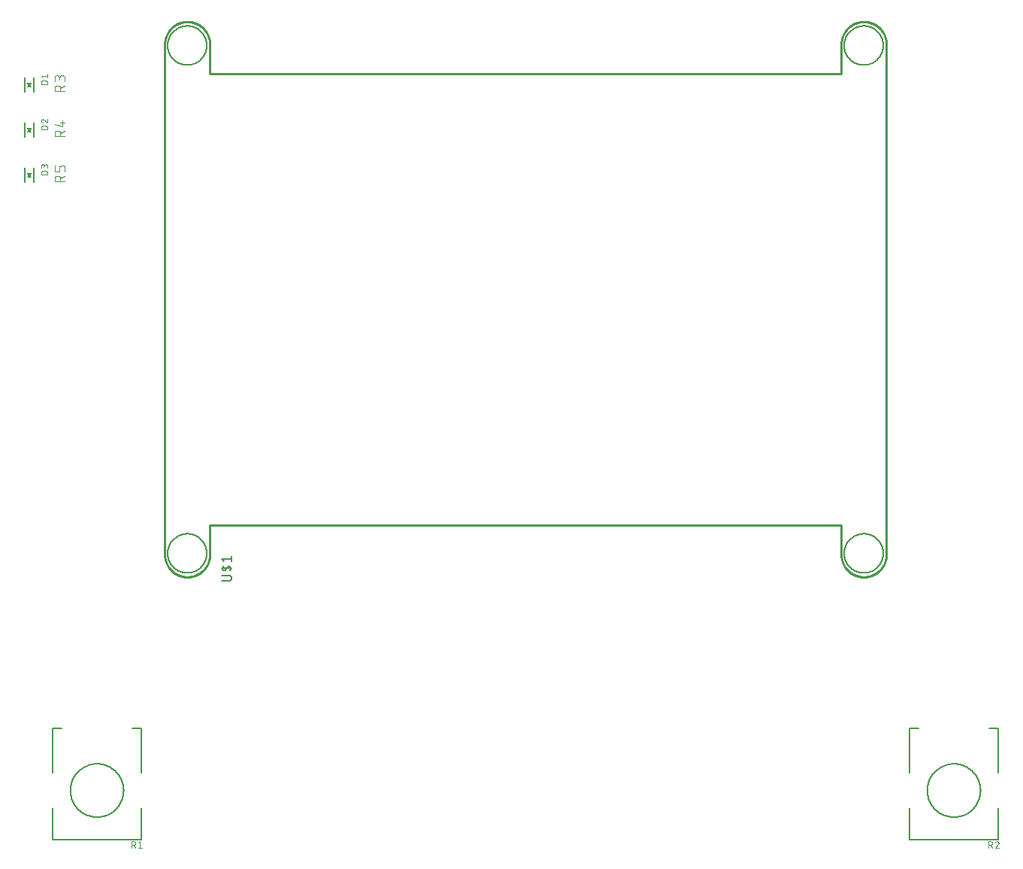
<source format=gbr>
G04 EAGLE Gerber RS-274X export*
G75*
%MOMM*%
%FSLAX34Y34*%
%LPD*%
%INSilkscreen Top*%
%IPPOS*%
%AMOC8*
5,1,8,0,0,1.08239X$1,22.5*%
G01*
%ADD10C,0.127000*%
%ADD11C,0.101600*%
%ADD12C,0.076200*%
%ADD13C,0.200000*%
%ADD14C,0.254000*%
%ADD15C,0.152400*%

G36*
X76219Y886372D02*
X76219Y886372D01*
X76263Y886369D01*
X76329Y886388D01*
X76397Y886397D01*
X76436Y886418D01*
X76479Y886430D01*
X76534Y886471D01*
X76594Y886503D01*
X76624Y886537D01*
X76660Y886563D01*
X76709Y886634D01*
X76743Y886672D01*
X76751Y886693D01*
X76767Y886716D01*
X78767Y890716D01*
X78795Y890812D01*
X78827Y890906D01*
X78827Y890919D01*
X78831Y890932D01*
X78824Y891031D01*
X78821Y891131D01*
X78816Y891142D01*
X78815Y891155D01*
X78774Y891246D01*
X78736Y891338D01*
X78728Y891348D01*
X78722Y891360D01*
X78652Y891431D01*
X78585Y891504D01*
X78574Y891510D01*
X78564Y891519D01*
X78474Y891561D01*
X78385Y891607D01*
X78371Y891609D01*
X78361Y891614D01*
X78314Y891617D01*
X78200Y891634D01*
X74200Y891634D01*
X74102Y891617D01*
X74003Y891603D01*
X73992Y891597D01*
X73979Y891595D01*
X73893Y891544D01*
X73806Y891497D01*
X73797Y891487D01*
X73786Y891480D01*
X73723Y891403D01*
X73657Y891328D01*
X73653Y891316D01*
X73645Y891306D01*
X73613Y891212D01*
X73577Y891119D01*
X73577Y891106D01*
X73573Y891094D01*
X73576Y890995D01*
X73575Y890895D01*
X73579Y890881D01*
X73579Y890869D01*
X73597Y890826D01*
X73633Y890716D01*
X75633Y886716D01*
X75659Y886681D01*
X75678Y886640D01*
X75726Y886591D01*
X75767Y886537D01*
X75804Y886513D01*
X75836Y886481D01*
X75898Y886452D01*
X75955Y886415D01*
X75999Y886405D01*
X76039Y886386D01*
X76108Y886381D01*
X76174Y886366D01*
X76219Y886372D01*
G37*
G36*
X76219Y835572D02*
X76219Y835572D01*
X76263Y835569D01*
X76329Y835588D01*
X76397Y835597D01*
X76436Y835618D01*
X76479Y835630D01*
X76534Y835671D01*
X76594Y835703D01*
X76624Y835737D01*
X76660Y835763D01*
X76709Y835834D01*
X76743Y835872D01*
X76751Y835893D01*
X76767Y835916D01*
X78767Y839916D01*
X78795Y840012D01*
X78827Y840106D01*
X78827Y840119D01*
X78831Y840132D01*
X78824Y840231D01*
X78821Y840331D01*
X78816Y840342D01*
X78815Y840355D01*
X78774Y840446D01*
X78736Y840538D01*
X78728Y840548D01*
X78722Y840560D01*
X78652Y840631D01*
X78585Y840704D01*
X78574Y840710D01*
X78564Y840719D01*
X78474Y840761D01*
X78385Y840807D01*
X78371Y840809D01*
X78361Y840814D01*
X78314Y840817D01*
X78200Y840834D01*
X74200Y840834D01*
X74102Y840817D01*
X74003Y840803D01*
X73992Y840797D01*
X73979Y840795D01*
X73893Y840744D01*
X73806Y840697D01*
X73797Y840687D01*
X73786Y840680D01*
X73723Y840603D01*
X73657Y840528D01*
X73653Y840516D01*
X73645Y840506D01*
X73613Y840412D01*
X73577Y840319D01*
X73577Y840306D01*
X73573Y840294D01*
X73576Y840195D01*
X73575Y840095D01*
X73579Y840081D01*
X73579Y840069D01*
X73597Y840026D01*
X73633Y839916D01*
X75633Y835916D01*
X75659Y835881D01*
X75678Y835840D01*
X75726Y835791D01*
X75767Y835737D01*
X75804Y835713D01*
X75836Y835681D01*
X75898Y835652D01*
X75955Y835615D01*
X75999Y835605D01*
X76039Y835586D01*
X76108Y835581D01*
X76174Y835566D01*
X76219Y835572D01*
G37*
G36*
X76219Y784772D02*
X76219Y784772D01*
X76263Y784769D01*
X76329Y784788D01*
X76397Y784797D01*
X76436Y784818D01*
X76479Y784830D01*
X76534Y784871D01*
X76594Y784903D01*
X76624Y784937D01*
X76660Y784963D01*
X76709Y785034D01*
X76743Y785072D01*
X76751Y785093D01*
X76767Y785116D01*
X78767Y789116D01*
X78795Y789212D01*
X78827Y789306D01*
X78827Y789319D01*
X78831Y789332D01*
X78824Y789431D01*
X78821Y789531D01*
X78816Y789542D01*
X78815Y789555D01*
X78774Y789646D01*
X78736Y789738D01*
X78728Y789748D01*
X78722Y789760D01*
X78652Y789831D01*
X78585Y789904D01*
X78574Y789910D01*
X78564Y789919D01*
X78474Y789961D01*
X78385Y790007D01*
X78371Y790009D01*
X78361Y790014D01*
X78314Y790017D01*
X78200Y790034D01*
X74200Y790034D01*
X74102Y790017D01*
X74003Y790003D01*
X73992Y789997D01*
X73979Y789995D01*
X73893Y789944D01*
X73806Y789897D01*
X73797Y789887D01*
X73786Y789880D01*
X73723Y789803D01*
X73657Y789728D01*
X73653Y789716D01*
X73645Y789706D01*
X73613Y789612D01*
X73577Y789519D01*
X73577Y789506D01*
X73573Y789494D01*
X73576Y789395D01*
X73575Y789295D01*
X73579Y789281D01*
X73579Y789269D01*
X73597Y789226D01*
X73633Y789116D01*
X75633Y785116D01*
X75659Y785081D01*
X75678Y785040D01*
X75726Y784991D01*
X75767Y784937D01*
X75804Y784913D01*
X75836Y784881D01*
X75898Y784852D01*
X75955Y784815D01*
X75999Y784805D01*
X76039Y784786D01*
X76108Y784781D01*
X76174Y784766D01*
X76219Y784772D01*
G37*
D10*
X81200Y897000D02*
X81200Y881000D01*
X71200Y881000D02*
X71200Y897000D01*
X74200Y887000D02*
X78200Y887000D01*
D11*
X89408Y889682D02*
X96520Y889682D01*
X89408Y889682D02*
X89408Y891657D01*
X89410Y891743D01*
X89416Y891829D01*
X89425Y891915D01*
X89438Y892000D01*
X89455Y892085D01*
X89475Y892168D01*
X89499Y892251D01*
X89527Y892333D01*
X89558Y892413D01*
X89593Y892492D01*
X89631Y892569D01*
X89673Y892645D01*
X89717Y892719D01*
X89765Y892790D01*
X89816Y892860D01*
X89870Y892927D01*
X89927Y892992D01*
X89987Y893054D01*
X90049Y893114D01*
X90114Y893171D01*
X90181Y893225D01*
X90251Y893276D01*
X90322Y893324D01*
X90396Y893368D01*
X90472Y893410D01*
X90549Y893448D01*
X90628Y893483D01*
X90708Y893514D01*
X90790Y893542D01*
X90873Y893566D01*
X90956Y893586D01*
X91041Y893603D01*
X91126Y893616D01*
X91212Y893625D01*
X91298Y893631D01*
X91384Y893633D01*
X94544Y893633D01*
X94630Y893631D01*
X94716Y893625D01*
X94802Y893616D01*
X94887Y893603D01*
X94972Y893586D01*
X95055Y893566D01*
X95138Y893542D01*
X95220Y893514D01*
X95300Y893483D01*
X95379Y893448D01*
X95456Y893410D01*
X95532Y893368D01*
X95606Y893324D01*
X95677Y893276D01*
X95747Y893225D01*
X95814Y893171D01*
X95879Y893114D01*
X95941Y893054D01*
X96001Y892992D01*
X96058Y892927D01*
X96112Y892860D01*
X96163Y892790D01*
X96211Y892719D01*
X96255Y892645D01*
X96297Y892569D01*
X96335Y892492D01*
X96370Y892413D01*
X96401Y892333D01*
X96429Y892251D01*
X96453Y892168D01*
X96473Y892085D01*
X96490Y892000D01*
X96503Y891915D01*
X96512Y891829D01*
X96518Y891743D01*
X96520Y891657D01*
X96520Y889682D01*
X90988Y897241D02*
X89408Y899216D01*
X96520Y899216D01*
X96520Y897241D02*
X96520Y901192D01*
D10*
X81200Y846200D02*
X81200Y830200D01*
X71200Y830200D02*
X71200Y846200D01*
X74200Y836200D02*
X78200Y836200D01*
D11*
X89408Y838882D02*
X96520Y838882D01*
X89408Y838882D02*
X89408Y840857D01*
X89410Y840943D01*
X89416Y841029D01*
X89425Y841115D01*
X89438Y841200D01*
X89455Y841285D01*
X89475Y841368D01*
X89499Y841451D01*
X89527Y841533D01*
X89558Y841613D01*
X89593Y841692D01*
X89631Y841769D01*
X89673Y841845D01*
X89717Y841919D01*
X89765Y841990D01*
X89816Y842060D01*
X89870Y842127D01*
X89927Y842192D01*
X89987Y842254D01*
X90049Y842314D01*
X90114Y842371D01*
X90181Y842425D01*
X90251Y842476D01*
X90322Y842524D01*
X90396Y842568D01*
X90472Y842610D01*
X90549Y842648D01*
X90628Y842683D01*
X90708Y842714D01*
X90790Y842742D01*
X90873Y842766D01*
X90956Y842786D01*
X91041Y842803D01*
X91126Y842816D01*
X91212Y842825D01*
X91298Y842831D01*
X91384Y842833D01*
X94544Y842833D01*
X94630Y842831D01*
X94716Y842825D01*
X94802Y842816D01*
X94887Y842803D01*
X94972Y842786D01*
X95055Y842766D01*
X95138Y842742D01*
X95220Y842714D01*
X95300Y842683D01*
X95379Y842648D01*
X95456Y842610D01*
X95532Y842568D01*
X95606Y842524D01*
X95677Y842476D01*
X95747Y842425D01*
X95814Y842371D01*
X95879Y842314D01*
X95941Y842254D01*
X96001Y842192D01*
X96058Y842127D01*
X96112Y842060D01*
X96163Y841990D01*
X96211Y841919D01*
X96255Y841845D01*
X96297Y841769D01*
X96335Y841692D01*
X96370Y841613D01*
X96401Y841533D01*
X96429Y841451D01*
X96453Y841368D01*
X96473Y841285D01*
X96490Y841200D01*
X96503Y841115D01*
X96512Y841029D01*
X96518Y840943D01*
X96520Y840857D01*
X96520Y838882D01*
X89408Y848614D02*
X89410Y848696D01*
X89416Y848778D01*
X89425Y848860D01*
X89438Y848941D01*
X89455Y849021D01*
X89476Y849101D01*
X89500Y849179D01*
X89528Y849256D01*
X89559Y849332D01*
X89594Y849407D01*
X89633Y849479D01*
X89674Y849550D01*
X89719Y849619D01*
X89767Y849685D01*
X89818Y849750D01*
X89872Y849812D01*
X89929Y849871D01*
X89988Y849928D01*
X90050Y849982D01*
X90115Y850033D01*
X90181Y850081D01*
X90250Y850126D01*
X90321Y850167D01*
X90393Y850206D01*
X90468Y850241D01*
X90544Y850272D01*
X90621Y850300D01*
X90699Y850324D01*
X90779Y850345D01*
X90859Y850362D01*
X90940Y850375D01*
X91022Y850384D01*
X91104Y850390D01*
X91186Y850392D01*
X89408Y848614D02*
X89410Y848521D01*
X89416Y848429D01*
X89425Y848337D01*
X89438Y848245D01*
X89455Y848154D01*
X89475Y848064D01*
X89499Y847974D01*
X89527Y847886D01*
X89559Y847798D01*
X89593Y847713D01*
X89632Y847628D01*
X89673Y847546D01*
X89718Y847465D01*
X89767Y847385D01*
X89818Y847308D01*
X89872Y847233D01*
X89930Y847161D01*
X89990Y847090D01*
X90054Y847023D01*
X90119Y846958D01*
X90188Y846895D01*
X90259Y846836D01*
X90332Y846779D01*
X90408Y846725D01*
X90485Y846675D01*
X90565Y846627D01*
X90647Y846583D01*
X90730Y846543D01*
X90815Y846505D01*
X90901Y846471D01*
X90988Y846441D01*
X92569Y849799D02*
X92508Y849860D01*
X92445Y849918D01*
X92379Y849973D01*
X92311Y850026D01*
X92240Y850075D01*
X92168Y850120D01*
X92093Y850163D01*
X92017Y850202D01*
X91938Y850238D01*
X91859Y850270D01*
X91778Y850298D01*
X91695Y850323D01*
X91612Y850344D01*
X91528Y850361D01*
X91443Y850375D01*
X91358Y850384D01*
X91272Y850390D01*
X91186Y850392D01*
X92569Y849799D02*
X96520Y846441D01*
X96520Y850392D01*
D10*
X81200Y795400D02*
X81200Y779400D01*
X71200Y779400D02*
X71200Y795400D01*
X74200Y785400D02*
X78200Y785400D01*
D11*
X89408Y788082D02*
X96520Y788082D01*
X89408Y788082D02*
X89408Y790057D01*
X89410Y790143D01*
X89416Y790229D01*
X89425Y790315D01*
X89438Y790400D01*
X89455Y790485D01*
X89475Y790568D01*
X89499Y790651D01*
X89527Y790733D01*
X89558Y790813D01*
X89593Y790892D01*
X89631Y790969D01*
X89673Y791045D01*
X89717Y791119D01*
X89765Y791190D01*
X89816Y791260D01*
X89870Y791327D01*
X89927Y791392D01*
X89987Y791454D01*
X90049Y791514D01*
X90114Y791571D01*
X90181Y791625D01*
X90251Y791676D01*
X90322Y791724D01*
X90396Y791768D01*
X90472Y791810D01*
X90549Y791848D01*
X90628Y791883D01*
X90708Y791914D01*
X90790Y791942D01*
X90873Y791966D01*
X90956Y791986D01*
X91041Y792003D01*
X91126Y792016D01*
X91212Y792025D01*
X91298Y792031D01*
X91384Y792033D01*
X94544Y792033D01*
X94630Y792031D01*
X94716Y792025D01*
X94802Y792016D01*
X94887Y792003D01*
X94972Y791986D01*
X95055Y791966D01*
X95138Y791942D01*
X95220Y791914D01*
X95300Y791883D01*
X95379Y791848D01*
X95456Y791810D01*
X95532Y791768D01*
X95606Y791724D01*
X95677Y791676D01*
X95747Y791625D01*
X95814Y791571D01*
X95879Y791514D01*
X95941Y791454D01*
X96001Y791392D01*
X96058Y791327D01*
X96112Y791260D01*
X96163Y791190D01*
X96211Y791119D01*
X96255Y791045D01*
X96297Y790969D01*
X96335Y790892D01*
X96370Y790813D01*
X96401Y790733D01*
X96429Y790651D01*
X96453Y790568D01*
X96473Y790485D01*
X96490Y790400D01*
X96503Y790315D01*
X96512Y790229D01*
X96518Y790143D01*
X96520Y790057D01*
X96520Y788082D01*
X96520Y795641D02*
X96520Y797616D01*
X96518Y797703D01*
X96512Y797791D01*
X96503Y797878D01*
X96489Y797964D01*
X96472Y798050D01*
X96451Y798134D01*
X96426Y798218D01*
X96397Y798301D01*
X96365Y798382D01*
X96330Y798462D01*
X96291Y798540D01*
X96248Y798617D01*
X96202Y798691D01*
X96153Y798763D01*
X96101Y798833D01*
X96045Y798901D01*
X95987Y798966D01*
X95926Y799029D01*
X95862Y799088D01*
X95795Y799145D01*
X95727Y799199D01*
X95655Y799250D01*
X95582Y799297D01*
X95507Y799342D01*
X95429Y799383D01*
X95350Y799420D01*
X95270Y799454D01*
X95188Y799484D01*
X95105Y799511D01*
X95020Y799534D01*
X94935Y799553D01*
X94849Y799568D01*
X94762Y799580D01*
X94675Y799588D01*
X94588Y799592D01*
X94500Y799592D01*
X94413Y799588D01*
X94326Y799580D01*
X94239Y799568D01*
X94153Y799553D01*
X94068Y799534D01*
X93983Y799511D01*
X93900Y799484D01*
X93818Y799454D01*
X93738Y799420D01*
X93659Y799383D01*
X93581Y799342D01*
X93506Y799297D01*
X93433Y799250D01*
X93361Y799199D01*
X93293Y799145D01*
X93226Y799088D01*
X93162Y799029D01*
X93101Y798966D01*
X93043Y798901D01*
X92987Y798833D01*
X92935Y798763D01*
X92886Y798691D01*
X92840Y798617D01*
X92797Y798540D01*
X92758Y798462D01*
X92723Y798382D01*
X92691Y798301D01*
X92662Y798218D01*
X92637Y798134D01*
X92616Y798050D01*
X92599Y797964D01*
X92585Y797878D01*
X92576Y797791D01*
X92570Y797703D01*
X92568Y797616D01*
X89408Y798012D02*
X89408Y795641D01*
X89408Y798012D02*
X89410Y798091D01*
X89416Y798169D01*
X89426Y798247D01*
X89439Y798325D01*
X89457Y798402D01*
X89478Y798478D01*
X89503Y798552D01*
X89532Y798626D01*
X89564Y798698D01*
X89600Y798768D01*
X89640Y798836D01*
X89683Y798902D01*
X89729Y798966D01*
X89778Y799028D01*
X89830Y799087D01*
X89885Y799143D01*
X89943Y799197D01*
X90003Y799247D01*
X90066Y799295D01*
X90131Y799339D01*
X90198Y799380D01*
X90267Y799418D01*
X90338Y799452D01*
X90411Y799483D01*
X90485Y799510D01*
X90560Y799533D01*
X90636Y799552D01*
X90714Y799568D01*
X90792Y799580D01*
X90870Y799588D01*
X90949Y799592D01*
X91027Y799592D01*
X91106Y799588D01*
X91184Y799580D01*
X91262Y799568D01*
X91340Y799552D01*
X91416Y799533D01*
X91491Y799510D01*
X91565Y799483D01*
X91638Y799452D01*
X91709Y799418D01*
X91778Y799380D01*
X91845Y799339D01*
X91910Y799295D01*
X91973Y799247D01*
X92033Y799197D01*
X92091Y799143D01*
X92146Y799087D01*
X92198Y799028D01*
X92247Y798966D01*
X92293Y798902D01*
X92336Y798836D01*
X92376Y798768D01*
X92412Y798698D01*
X92444Y798626D01*
X92473Y798552D01*
X92498Y798478D01*
X92519Y798402D01*
X92537Y798325D01*
X92550Y798247D01*
X92560Y798169D01*
X92566Y798091D01*
X92568Y798012D01*
X92569Y798012D02*
X92569Y796431D01*
D10*
X202400Y165100D02*
X202400Y115100D01*
X202400Y75100D02*
X202400Y40100D01*
X102400Y40100D01*
X102400Y75100D01*
X102400Y115100D02*
X102400Y165100D01*
X112400Y165100D01*
X192400Y165100D02*
X202400Y165100D01*
X122400Y95100D02*
X122409Y95836D01*
X122436Y96572D01*
X122481Y97307D01*
X122544Y98041D01*
X122626Y98772D01*
X122725Y99502D01*
X122842Y100229D01*
X122976Y100953D01*
X123129Y101673D01*
X123299Y102389D01*
X123487Y103101D01*
X123692Y103809D01*
X123914Y104510D01*
X124154Y105207D01*
X124410Y105897D01*
X124684Y106581D01*
X124974Y107257D01*
X125280Y107927D01*
X125603Y108588D01*
X125942Y109242D01*
X126297Y109887D01*
X126668Y110523D01*
X127054Y111150D01*
X127456Y111767D01*
X127872Y112374D01*
X128304Y112971D01*
X128750Y113557D01*
X129210Y114132D01*
X129684Y114695D01*
X130171Y115247D01*
X130673Y115786D01*
X131187Y116313D01*
X131714Y116827D01*
X132253Y117329D01*
X132805Y117816D01*
X133368Y118290D01*
X133943Y118750D01*
X134529Y119196D01*
X135126Y119628D01*
X135733Y120044D01*
X136350Y120446D01*
X136977Y120832D01*
X137613Y121203D01*
X138258Y121558D01*
X138912Y121897D01*
X139573Y122220D01*
X140243Y122526D01*
X140919Y122816D01*
X141603Y123090D01*
X142293Y123346D01*
X142990Y123586D01*
X143691Y123808D01*
X144399Y124013D01*
X145111Y124201D01*
X145827Y124371D01*
X146547Y124524D01*
X147271Y124658D01*
X147998Y124775D01*
X148728Y124874D01*
X149459Y124956D01*
X150193Y125019D01*
X150928Y125064D01*
X151664Y125091D01*
X152400Y125100D01*
X153136Y125091D01*
X153872Y125064D01*
X154607Y125019D01*
X155341Y124956D01*
X156072Y124874D01*
X156802Y124775D01*
X157529Y124658D01*
X158253Y124524D01*
X158973Y124371D01*
X159689Y124201D01*
X160401Y124013D01*
X161109Y123808D01*
X161810Y123586D01*
X162507Y123346D01*
X163197Y123090D01*
X163881Y122816D01*
X164557Y122526D01*
X165227Y122220D01*
X165888Y121897D01*
X166542Y121558D01*
X167187Y121203D01*
X167823Y120832D01*
X168450Y120446D01*
X169067Y120044D01*
X169674Y119628D01*
X170271Y119196D01*
X170857Y118750D01*
X171432Y118290D01*
X171995Y117816D01*
X172547Y117329D01*
X173086Y116827D01*
X173613Y116313D01*
X174127Y115786D01*
X174629Y115247D01*
X175116Y114695D01*
X175590Y114132D01*
X176050Y113557D01*
X176496Y112971D01*
X176928Y112374D01*
X177344Y111767D01*
X177746Y111150D01*
X178132Y110523D01*
X178503Y109887D01*
X178858Y109242D01*
X179197Y108588D01*
X179520Y107927D01*
X179826Y107257D01*
X180116Y106581D01*
X180390Y105897D01*
X180646Y105207D01*
X180886Y104510D01*
X181108Y103809D01*
X181313Y103101D01*
X181501Y102389D01*
X181671Y101673D01*
X181824Y100953D01*
X181958Y100229D01*
X182075Y99502D01*
X182174Y98772D01*
X182256Y98041D01*
X182319Y97307D01*
X182364Y96572D01*
X182391Y95836D01*
X182400Y95100D01*
X182391Y94364D01*
X182364Y93628D01*
X182319Y92893D01*
X182256Y92159D01*
X182174Y91428D01*
X182075Y90698D01*
X181958Y89971D01*
X181824Y89247D01*
X181671Y88527D01*
X181501Y87811D01*
X181313Y87099D01*
X181108Y86391D01*
X180886Y85690D01*
X180646Y84993D01*
X180390Y84303D01*
X180116Y83619D01*
X179826Y82943D01*
X179520Y82273D01*
X179197Y81612D01*
X178858Y80958D01*
X178503Y80313D01*
X178132Y79677D01*
X177746Y79050D01*
X177344Y78433D01*
X176928Y77826D01*
X176496Y77229D01*
X176050Y76643D01*
X175590Y76068D01*
X175116Y75505D01*
X174629Y74953D01*
X174127Y74414D01*
X173613Y73887D01*
X173086Y73373D01*
X172547Y72871D01*
X171995Y72384D01*
X171432Y71910D01*
X170857Y71450D01*
X170271Y71004D01*
X169674Y70572D01*
X169067Y70156D01*
X168450Y69754D01*
X167823Y69368D01*
X167187Y68997D01*
X166542Y68642D01*
X165888Y68303D01*
X165227Y67980D01*
X164557Y67674D01*
X163881Y67384D01*
X163197Y67110D01*
X162507Y66854D01*
X161810Y66614D01*
X161109Y66392D01*
X160401Y66187D01*
X159689Y65999D01*
X158973Y65829D01*
X158253Y65676D01*
X157529Y65542D01*
X156802Y65425D01*
X156072Y65326D01*
X155341Y65244D01*
X154607Y65181D01*
X153872Y65136D01*
X153136Y65109D01*
X152400Y65100D01*
X151664Y65109D01*
X150928Y65136D01*
X150193Y65181D01*
X149459Y65244D01*
X148728Y65326D01*
X147998Y65425D01*
X147271Y65542D01*
X146547Y65676D01*
X145827Y65829D01*
X145111Y65999D01*
X144399Y66187D01*
X143691Y66392D01*
X142990Y66614D01*
X142293Y66854D01*
X141603Y67110D01*
X140919Y67384D01*
X140243Y67674D01*
X139573Y67980D01*
X138912Y68303D01*
X138258Y68642D01*
X137613Y68997D01*
X136977Y69368D01*
X136350Y69754D01*
X135733Y70156D01*
X135126Y70572D01*
X134529Y71004D01*
X133943Y71450D01*
X133368Y71910D01*
X132805Y72384D01*
X132253Y72871D01*
X131714Y73373D01*
X131187Y73887D01*
X130673Y74414D01*
X130171Y74953D01*
X129684Y75505D01*
X129210Y76068D01*
X128750Y76643D01*
X128304Y77229D01*
X127872Y77826D01*
X127456Y78433D01*
X127054Y79050D01*
X126668Y79677D01*
X126297Y80313D01*
X125942Y80958D01*
X125603Y81612D01*
X125280Y82273D01*
X124974Y82943D01*
X124684Y83619D01*
X124410Y84303D01*
X124154Y84993D01*
X123914Y85690D01*
X123692Y86391D01*
X123487Y87099D01*
X123299Y87811D01*
X123129Y88527D01*
X122976Y89247D01*
X122842Y89971D01*
X122725Y90698D01*
X122626Y91428D01*
X122544Y92159D01*
X122481Y92893D01*
X122436Y93628D01*
X122409Y94364D01*
X122400Y95100D01*
D12*
X191463Y37719D02*
X191463Y30353D01*
X191463Y37719D02*
X193509Y37719D01*
X193598Y37717D01*
X193687Y37711D01*
X193776Y37701D01*
X193864Y37688D01*
X193952Y37671D01*
X194039Y37649D01*
X194124Y37624D01*
X194209Y37596D01*
X194292Y37563D01*
X194374Y37527D01*
X194454Y37488D01*
X194532Y37445D01*
X194608Y37399D01*
X194683Y37349D01*
X194755Y37296D01*
X194824Y37240D01*
X194891Y37181D01*
X194956Y37120D01*
X195017Y37055D01*
X195076Y36988D01*
X195132Y36919D01*
X195185Y36847D01*
X195235Y36772D01*
X195281Y36696D01*
X195324Y36618D01*
X195363Y36538D01*
X195399Y36456D01*
X195432Y36373D01*
X195460Y36288D01*
X195485Y36203D01*
X195507Y36116D01*
X195524Y36028D01*
X195537Y35940D01*
X195547Y35851D01*
X195553Y35762D01*
X195555Y35673D01*
X195553Y35584D01*
X195547Y35495D01*
X195537Y35406D01*
X195524Y35318D01*
X195507Y35230D01*
X195485Y35143D01*
X195460Y35058D01*
X195432Y34973D01*
X195399Y34890D01*
X195363Y34808D01*
X195324Y34728D01*
X195281Y34650D01*
X195235Y34574D01*
X195185Y34499D01*
X195132Y34427D01*
X195076Y34358D01*
X195017Y34291D01*
X194956Y34226D01*
X194891Y34165D01*
X194824Y34106D01*
X194755Y34050D01*
X194683Y33997D01*
X194608Y33947D01*
X194532Y33901D01*
X194454Y33858D01*
X194374Y33819D01*
X194292Y33783D01*
X194209Y33750D01*
X194124Y33722D01*
X194039Y33697D01*
X193952Y33675D01*
X193864Y33658D01*
X193776Y33645D01*
X193687Y33635D01*
X193598Y33629D01*
X193509Y33627D01*
X191463Y33627D01*
X193918Y33627D02*
X195555Y30353D01*
X198727Y36082D02*
X200773Y37719D01*
X200773Y30353D01*
X198727Y30353D02*
X202819Y30353D01*
D10*
X1167600Y115100D02*
X1167600Y165100D01*
X1167600Y75100D02*
X1167600Y40100D01*
X1067600Y40100D01*
X1067600Y75100D01*
X1067600Y115100D02*
X1067600Y165100D01*
X1077600Y165100D01*
X1157600Y165100D02*
X1167600Y165100D01*
X1087600Y95100D02*
X1087609Y95836D01*
X1087636Y96572D01*
X1087681Y97307D01*
X1087744Y98041D01*
X1087826Y98772D01*
X1087925Y99502D01*
X1088042Y100229D01*
X1088176Y100953D01*
X1088329Y101673D01*
X1088499Y102389D01*
X1088687Y103101D01*
X1088892Y103809D01*
X1089114Y104510D01*
X1089354Y105207D01*
X1089610Y105897D01*
X1089884Y106581D01*
X1090174Y107257D01*
X1090480Y107927D01*
X1090803Y108588D01*
X1091142Y109242D01*
X1091497Y109887D01*
X1091868Y110523D01*
X1092254Y111150D01*
X1092656Y111767D01*
X1093072Y112374D01*
X1093504Y112971D01*
X1093950Y113557D01*
X1094410Y114132D01*
X1094884Y114695D01*
X1095371Y115247D01*
X1095873Y115786D01*
X1096387Y116313D01*
X1096914Y116827D01*
X1097453Y117329D01*
X1098005Y117816D01*
X1098568Y118290D01*
X1099143Y118750D01*
X1099729Y119196D01*
X1100326Y119628D01*
X1100933Y120044D01*
X1101550Y120446D01*
X1102177Y120832D01*
X1102813Y121203D01*
X1103458Y121558D01*
X1104112Y121897D01*
X1104773Y122220D01*
X1105443Y122526D01*
X1106119Y122816D01*
X1106803Y123090D01*
X1107493Y123346D01*
X1108190Y123586D01*
X1108891Y123808D01*
X1109599Y124013D01*
X1110311Y124201D01*
X1111027Y124371D01*
X1111747Y124524D01*
X1112471Y124658D01*
X1113198Y124775D01*
X1113928Y124874D01*
X1114659Y124956D01*
X1115393Y125019D01*
X1116128Y125064D01*
X1116864Y125091D01*
X1117600Y125100D01*
X1118336Y125091D01*
X1119072Y125064D01*
X1119807Y125019D01*
X1120541Y124956D01*
X1121272Y124874D01*
X1122002Y124775D01*
X1122729Y124658D01*
X1123453Y124524D01*
X1124173Y124371D01*
X1124889Y124201D01*
X1125601Y124013D01*
X1126309Y123808D01*
X1127010Y123586D01*
X1127707Y123346D01*
X1128397Y123090D01*
X1129081Y122816D01*
X1129757Y122526D01*
X1130427Y122220D01*
X1131088Y121897D01*
X1131742Y121558D01*
X1132387Y121203D01*
X1133023Y120832D01*
X1133650Y120446D01*
X1134267Y120044D01*
X1134874Y119628D01*
X1135471Y119196D01*
X1136057Y118750D01*
X1136632Y118290D01*
X1137195Y117816D01*
X1137747Y117329D01*
X1138286Y116827D01*
X1138813Y116313D01*
X1139327Y115786D01*
X1139829Y115247D01*
X1140316Y114695D01*
X1140790Y114132D01*
X1141250Y113557D01*
X1141696Y112971D01*
X1142128Y112374D01*
X1142544Y111767D01*
X1142946Y111150D01*
X1143332Y110523D01*
X1143703Y109887D01*
X1144058Y109242D01*
X1144397Y108588D01*
X1144720Y107927D01*
X1145026Y107257D01*
X1145316Y106581D01*
X1145590Y105897D01*
X1145846Y105207D01*
X1146086Y104510D01*
X1146308Y103809D01*
X1146513Y103101D01*
X1146701Y102389D01*
X1146871Y101673D01*
X1147024Y100953D01*
X1147158Y100229D01*
X1147275Y99502D01*
X1147374Y98772D01*
X1147456Y98041D01*
X1147519Y97307D01*
X1147564Y96572D01*
X1147591Y95836D01*
X1147600Y95100D01*
X1147591Y94364D01*
X1147564Y93628D01*
X1147519Y92893D01*
X1147456Y92159D01*
X1147374Y91428D01*
X1147275Y90698D01*
X1147158Y89971D01*
X1147024Y89247D01*
X1146871Y88527D01*
X1146701Y87811D01*
X1146513Y87099D01*
X1146308Y86391D01*
X1146086Y85690D01*
X1145846Y84993D01*
X1145590Y84303D01*
X1145316Y83619D01*
X1145026Y82943D01*
X1144720Y82273D01*
X1144397Y81612D01*
X1144058Y80958D01*
X1143703Y80313D01*
X1143332Y79677D01*
X1142946Y79050D01*
X1142544Y78433D01*
X1142128Y77826D01*
X1141696Y77229D01*
X1141250Y76643D01*
X1140790Y76068D01*
X1140316Y75505D01*
X1139829Y74953D01*
X1139327Y74414D01*
X1138813Y73887D01*
X1138286Y73373D01*
X1137747Y72871D01*
X1137195Y72384D01*
X1136632Y71910D01*
X1136057Y71450D01*
X1135471Y71004D01*
X1134874Y70572D01*
X1134267Y70156D01*
X1133650Y69754D01*
X1133023Y69368D01*
X1132387Y68997D01*
X1131742Y68642D01*
X1131088Y68303D01*
X1130427Y67980D01*
X1129757Y67674D01*
X1129081Y67384D01*
X1128397Y67110D01*
X1127707Y66854D01*
X1127010Y66614D01*
X1126309Y66392D01*
X1125601Y66187D01*
X1124889Y65999D01*
X1124173Y65829D01*
X1123453Y65676D01*
X1122729Y65542D01*
X1122002Y65425D01*
X1121272Y65326D01*
X1120541Y65244D01*
X1119807Y65181D01*
X1119072Y65136D01*
X1118336Y65109D01*
X1117600Y65100D01*
X1116864Y65109D01*
X1116128Y65136D01*
X1115393Y65181D01*
X1114659Y65244D01*
X1113928Y65326D01*
X1113198Y65425D01*
X1112471Y65542D01*
X1111747Y65676D01*
X1111027Y65829D01*
X1110311Y65999D01*
X1109599Y66187D01*
X1108891Y66392D01*
X1108190Y66614D01*
X1107493Y66854D01*
X1106803Y67110D01*
X1106119Y67384D01*
X1105443Y67674D01*
X1104773Y67980D01*
X1104112Y68303D01*
X1103458Y68642D01*
X1102813Y68997D01*
X1102177Y69368D01*
X1101550Y69754D01*
X1100933Y70156D01*
X1100326Y70572D01*
X1099729Y71004D01*
X1099143Y71450D01*
X1098568Y71910D01*
X1098005Y72384D01*
X1097453Y72871D01*
X1096914Y73373D01*
X1096387Y73887D01*
X1095873Y74414D01*
X1095371Y74953D01*
X1094884Y75505D01*
X1094410Y76068D01*
X1093950Y76643D01*
X1093504Y77229D01*
X1093072Y77826D01*
X1092656Y78433D01*
X1092254Y79050D01*
X1091868Y79677D01*
X1091497Y80313D01*
X1091142Y80958D01*
X1090803Y81612D01*
X1090480Y82273D01*
X1090174Y82943D01*
X1089884Y83619D01*
X1089610Y84303D01*
X1089354Y84993D01*
X1089114Y85690D01*
X1088892Y86391D01*
X1088687Y87099D01*
X1088499Y87811D01*
X1088329Y88527D01*
X1088176Y89247D01*
X1088042Y89971D01*
X1087925Y90698D01*
X1087826Y91428D01*
X1087744Y92159D01*
X1087681Y92893D01*
X1087636Y93628D01*
X1087609Y94364D01*
X1087600Y95100D01*
D12*
X1156663Y37719D02*
X1156663Y30353D01*
X1156663Y37719D02*
X1158709Y37719D01*
X1158798Y37717D01*
X1158887Y37711D01*
X1158976Y37701D01*
X1159064Y37688D01*
X1159152Y37671D01*
X1159239Y37649D01*
X1159324Y37624D01*
X1159409Y37596D01*
X1159492Y37563D01*
X1159574Y37527D01*
X1159654Y37488D01*
X1159732Y37445D01*
X1159808Y37399D01*
X1159883Y37349D01*
X1159955Y37296D01*
X1160024Y37240D01*
X1160091Y37181D01*
X1160156Y37120D01*
X1160217Y37055D01*
X1160276Y36988D01*
X1160332Y36919D01*
X1160385Y36847D01*
X1160435Y36772D01*
X1160481Y36696D01*
X1160524Y36618D01*
X1160563Y36538D01*
X1160599Y36456D01*
X1160632Y36373D01*
X1160660Y36288D01*
X1160685Y36203D01*
X1160707Y36116D01*
X1160724Y36028D01*
X1160737Y35940D01*
X1160747Y35851D01*
X1160753Y35762D01*
X1160755Y35673D01*
X1160753Y35584D01*
X1160747Y35495D01*
X1160737Y35406D01*
X1160724Y35318D01*
X1160707Y35230D01*
X1160685Y35143D01*
X1160660Y35058D01*
X1160632Y34973D01*
X1160599Y34890D01*
X1160563Y34808D01*
X1160524Y34728D01*
X1160481Y34650D01*
X1160435Y34574D01*
X1160385Y34499D01*
X1160332Y34427D01*
X1160276Y34358D01*
X1160217Y34291D01*
X1160156Y34226D01*
X1160091Y34165D01*
X1160024Y34106D01*
X1159955Y34050D01*
X1159883Y33997D01*
X1159808Y33947D01*
X1159732Y33901D01*
X1159654Y33858D01*
X1159574Y33819D01*
X1159492Y33783D01*
X1159409Y33750D01*
X1159324Y33722D01*
X1159239Y33697D01*
X1159152Y33675D01*
X1159064Y33658D01*
X1158976Y33645D01*
X1158887Y33635D01*
X1158798Y33629D01*
X1158709Y33627D01*
X1156663Y33627D01*
X1159118Y33627D02*
X1160755Y30353D01*
X1168020Y35878D02*
X1168018Y35963D01*
X1168012Y36048D01*
X1168002Y36132D01*
X1167989Y36216D01*
X1167971Y36300D01*
X1167950Y36382D01*
X1167925Y36463D01*
X1167896Y36543D01*
X1167863Y36622D01*
X1167827Y36699D01*
X1167787Y36774D01*
X1167744Y36848D01*
X1167698Y36919D01*
X1167648Y36988D01*
X1167595Y37055D01*
X1167539Y37119D01*
X1167480Y37180D01*
X1167419Y37239D01*
X1167355Y37295D01*
X1167288Y37348D01*
X1167219Y37398D01*
X1167148Y37444D01*
X1167074Y37487D01*
X1166999Y37527D01*
X1166922Y37563D01*
X1166843Y37596D01*
X1166763Y37625D01*
X1166682Y37650D01*
X1166600Y37671D01*
X1166516Y37689D01*
X1166432Y37702D01*
X1166348Y37712D01*
X1166263Y37718D01*
X1166178Y37720D01*
X1166178Y37719D02*
X1166082Y37717D01*
X1165986Y37711D01*
X1165891Y37701D01*
X1165796Y37688D01*
X1165701Y37670D01*
X1165608Y37649D01*
X1165515Y37624D01*
X1165424Y37595D01*
X1165333Y37563D01*
X1165244Y37527D01*
X1165157Y37487D01*
X1165071Y37444D01*
X1164987Y37398D01*
X1164905Y37348D01*
X1164825Y37294D01*
X1164748Y37238D01*
X1164673Y37178D01*
X1164600Y37116D01*
X1164530Y37050D01*
X1164462Y36982D01*
X1164397Y36911D01*
X1164336Y36838D01*
X1164277Y36762D01*
X1164221Y36683D01*
X1164169Y36603D01*
X1164120Y36520D01*
X1164074Y36436D01*
X1164032Y36350D01*
X1163994Y36262D01*
X1163959Y36173D01*
X1163927Y36082D01*
X1167405Y34446D02*
X1167465Y34505D01*
X1167522Y34567D01*
X1167577Y34631D01*
X1167628Y34698D01*
X1167677Y34767D01*
X1167723Y34837D01*
X1167766Y34910D01*
X1167806Y34984D01*
X1167842Y35060D01*
X1167875Y35138D01*
X1167905Y35217D01*
X1167932Y35297D01*
X1167955Y35378D01*
X1167974Y35460D01*
X1167990Y35542D01*
X1168003Y35626D01*
X1168012Y35710D01*
X1168017Y35794D01*
X1168019Y35878D01*
X1167405Y34445D02*
X1163927Y30353D01*
X1168019Y30353D01*
D11*
X116332Y881888D02*
X104648Y881888D01*
X104648Y885134D01*
X104650Y885247D01*
X104656Y885360D01*
X104666Y885473D01*
X104680Y885586D01*
X104697Y885698D01*
X104719Y885809D01*
X104744Y885919D01*
X104774Y886029D01*
X104807Y886137D01*
X104844Y886244D01*
X104884Y886350D01*
X104929Y886454D01*
X104977Y886557D01*
X105028Y886658D01*
X105083Y886757D01*
X105141Y886854D01*
X105203Y886949D01*
X105268Y887042D01*
X105336Y887132D01*
X105407Y887220D01*
X105482Y887306D01*
X105559Y887389D01*
X105639Y887469D01*
X105722Y887546D01*
X105808Y887621D01*
X105896Y887692D01*
X105986Y887760D01*
X106079Y887825D01*
X106174Y887887D01*
X106271Y887945D01*
X106370Y888000D01*
X106471Y888051D01*
X106574Y888099D01*
X106678Y888144D01*
X106784Y888184D01*
X106891Y888221D01*
X106999Y888254D01*
X107109Y888284D01*
X107219Y888309D01*
X107330Y888331D01*
X107442Y888348D01*
X107555Y888362D01*
X107668Y888372D01*
X107781Y888378D01*
X107894Y888380D01*
X108007Y888378D01*
X108120Y888372D01*
X108233Y888362D01*
X108346Y888348D01*
X108458Y888331D01*
X108569Y888309D01*
X108679Y888284D01*
X108789Y888254D01*
X108897Y888221D01*
X109004Y888184D01*
X109110Y888144D01*
X109214Y888099D01*
X109317Y888051D01*
X109418Y888000D01*
X109517Y887945D01*
X109614Y887887D01*
X109709Y887825D01*
X109802Y887760D01*
X109892Y887692D01*
X109980Y887621D01*
X110066Y887546D01*
X110149Y887469D01*
X110229Y887389D01*
X110306Y887306D01*
X110381Y887220D01*
X110452Y887132D01*
X110520Y887042D01*
X110585Y886949D01*
X110647Y886854D01*
X110705Y886757D01*
X110760Y886658D01*
X110811Y886557D01*
X110859Y886454D01*
X110904Y886350D01*
X110944Y886244D01*
X110981Y886137D01*
X111014Y886029D01*
X111044Y885919D01*
X111069Y885809D01*
X111091Y885698D01*
X111108Y885586D01*
X111122Y885473D01*
X111132Y885360D01*
X111138Y885247D01*
X111140Y885134D01*
X111139Y885134D02*
X111139Y881888D01*
X111139Y885783D02*
X116332Y888379D01*
X116332Y893244D02*
X116332Y896490D01*
X116330Y896603D01*
X116324Y896716D01*
X116314Y896829D01*
X116300Y896942D01*
X116283Y897054D01*
X116261Y897165D01*
X116236Y897275D01*
X116206Y897385D01*
X116173Y897493D01*
X116136Y897600D01*
X116096Y897706D01*
X116051Y897810D01*
X116003Y897913D01*
X115952Y898014D01*
X115897Y898113D01*
X115839Y898210D01*
X115777Y898305D01*
X115712Y898398D01*
X115644Y898488D01*
X115573Y898576D01*
X115498Y898662D01*
X115421Y898745D01*
X115341Y898825D01*
X115258Y898902D01*
X115172Y898977D01*
X115084Y899048D01*
X114994Y899116D01*
X114901Y899181D01*
X114806Y899243D01*
X114709Y899301D01*
X114610Y899356D01*
X114509Y899407D01*
X114406Y899455D01*
X114302Y899500D01*
X114196Y899540D01*
X114089Y899577D01*
X113981Y899610D01*
X113871Y899640D01*
X113761Y899665D01*
X113650Y899687D01*
X113538Y899704D01*
X113425Y899718D01*
X113312Y899728D01*
X113199Y899734D01*
X113086Y899736D01*
X112973Y899734D01*
X112860Y899728D01*
X112747Y899718D01*
X112634Y899704D01*
X112522Y899687D01*
X112411Y899665D01*
X112301Y899640D01*
X112191Y899610D01*
X112083Y899577D01*
X111976Y899540D01*
X111870Y899500D01*
X111766Y899455D01*
X111663Y899407D01*
X111562Y899356D01*
X111463Y899301D01*
X111366Y899243D01*
X111271Y899181D01*
X111178Y899116D01*
X111088Y899048D01*
X111000Y898977D01*
X110914Y898902D01*
X110831Y898825D01*
X110751Y898745D01*
X110674Y898662D01*
X110599Y898576D01*
X110528Y898488D01*
X110460Y898398D01*
X110395Y898305D01*
X110333Y898210D01*
X110275Y898113D01*
X110220Y898014D01*
X110169Y897913D01*
X110121Y897810D01*
X110076Y897706D01*
X110036Y897600D01*
X109999Y897493D01*
X109966Y897385D01*
X109936Y897275D01*
X109911Y897165D01*
X109889Y897054D01*
X109872Y896942D01*
X109858Y896829D01*
X109848Y896716D01*
X109842Y896603D01*
X109840Y896490D01*
X104648Y897139D02*
X104648Y893244D01*
X104648Y897139D02*
X104650Y897240D01*
X104656Y897340D01*
X104666Y897440D01*
X104679Y897540D01*
X104697Y897639D01*
X104718Y897738D01*
X104743Y897835D01*
X104772Y897932D01*
X104805Y898027D01*
X104841Y898121D01*
X104881Y898213D01*
X104924Y898304D01*
X104971Y898393D01*
X105021Y898480D01*
X105075Y898566D01*
X105132Y898649D01*
X105192Y898729D01*
X105255Y898808D01*
X105322Y898884D01*
X105391Y898957D01*
X105463Y899027D01*
X105537Y899095D01*
X105614Y899160D01*
X105694Y899221D01*
X105776Y899280D01*
X105860Y899335D01*
X105946Y899387D01*
X106034Y899436D01*
X106124Y899481D01*
X106216Y899523D01*
X106309Y899561D01*
X106404Y899595D01*
X106499Y899626D01*
X106596Y899653D01*
X106694Y899676D01*
X106793Y899696D01*
X106893Y899711D01*
X106993Y899723D01*
X107093Y899731D01*
X107194Y899735D01*
X107294Y899735D01*
X107395Y899731D01*
X107495Y899723D01*
X107595Y899711D01*
X107695Y899696D01*
X107794Y899676D01*
X107892Y899653D01*
X107989Y899626D01*
X108084Y899595D01*
X108179Y899561D01*
X108272Y899523D01*
X108364Y899481D01*
X108454Y899436D01*
X108542Y899387D01*
X108628Y899335D01*
X108712Y899280D01*
X108794Y899221D01*
X108874Y899160D01*
X108951Y899095D01*
X109025Y899027D01*
X109097Y898957D01*
X109166Y898884D01*
X109233Y898808D01*
X109296Y898729D01*
X109356Y898649D01*
X109413Y898566D01*
X109467Y898480D01*
X109517Y898393D01*
X109564Y898304D01*
X109607Y898213D01*
X109647Y898121D01*
X109683Y898027D01*
X109716Y897932D01*
X109745Y897835D01*
X109770Y897738D01*
X109791Y897639D01*
X109809Y897540D01*
X109822Y897440D01*
X109832Y897340D01*
X109838Y897240D01*
X109840Y897139D01*
X109841Y897139D02*
X109841Y894543D01*
X104648Y831088D02*
X116332Y831088D01*
X104648Y831088D02*
X104648Y834334D01*
X104650Y834447D01*
X104656Y834560D01*
X104666Y834673D01*
X104680Y834786D01*
X104697Y834898D01*
X104719Y835009D01*
X104744Y835119D01*
X104774Y835229D01*
X104807Y835337D01*
X104844Y835444D01*
X104884Y835550D01*
X104929Y835654D01*
X104977Y835757D01*
X105028Y835858D01*
X105083Y835957D01*
X105141Y836054D01*
X105203Y836149D01*
X105268Y836242D01*
X105336Y836332D01*
X105407Y836420D01*
X105482Y836506D01*
X105559Y836589D01*
X105639Y836669D01*
X105722Y836746D01*
X105808Y836821D01*
X105896Y836892D01*
X105986Y836960D01*
X106079Y837025D01*
X106174Y837087D01*
X106271Y837145D01*
X106370Y837200D01*
X106471Y837251D01*
X106574Y837299D01*
X106678Y837344D01*
X106784Y837384D01*
X106891Y837421D01*
X106999Y837454D01*
X107109Y837484D01*
X107219Y837509D01*
X107330Y837531D01*
X107442Y837548D01*
X107555Y837562D01*
X107668Y837572D01*
X107781Y837578D01*
X107894Y837580D01*
X108007Y837578D01*
X108120Y837572D01*
X108233Y837562D01*
X108346Y837548D01*
X108458Y837531D01*
X108569Y837509D01*
X108679Y837484D01*
X108789Y837454D01*
X108897Y837421D01*
X109004Y837384D01*
X109110Y837344D01*
X109214Y837299D01*
X109317Y837251D01*
X109418Y837200D01*
X109517Y837145D01*
X109614Y837087D01*
X109709Y837025D01*
X109802Y836960D01*
X109892Y836892D01*
X109980Y836821D01*
X110066Y836746D01*
X110149Y836669D01*
X110229Y836589D01*
X110306Y836506D01*
X110381Y836420D01*
X110452Y836332D01*
X110520Y836242D01*
X110585Y836149D01*
X110647Y836054D01*
X110705Y835957D01*
X110760Y835858D01*
X110811Y835757D01*
X110859Y835654D01*
X110904Y835550D01*
X110944Y835444D01*
X110981Y835337D01*
X111014Y835229D01*
X111044Y835119D01*
X111069Y835009D01*
X111091Y834898D01*
X111108Y834786D01*
X111122Y834673D01*
X111132Y834560D01*
X111138Y834447D01*
X111140Y834334D01*
X111139Y834334D02*
X111139Y831088D01*
X111139Y834983D02*
X116332Y837579D01*
X113736Y842444D02*
X104648Y845041D01*
X113736Y842444D02*
X113736Y848935D01*
X111139Y846988D02*
X116332Y846988D01*
X116332Y780288D02*
X104648Y780288D01*
X104648Y783534D01*
X104650Y783647D01*
X104656Y783760D01*
X104666Y783873D01*
X104680Y783986D01*
X104697Y784098D01*
X104719Y784209D01*
X104744Y784319D01*
X104774Y784429D01*
X104807Y784537D01*
X104844Y784644D01*
X104884Y784750D01*
X104929Y784854D01*
X104977Y784957D01*
X105028Y785058D01*
X105083Y785157D01*
X105141Y785254D01*
X105203Y785349D01*
X105268Y785442D01*
X105336Y785532D01*
X105407Y785620D01*
X105482Y785706D01*
X105559Y785789D01*
X105639Y785869D01*
X105722Y785946D01*
X105808Y786021D01*
X105896Y786092D01*
X105986Y786160D01*
X106079Y786225D01*
X106174Y786287D01*
X106271Y786345D01*
X106370Y786400D01*
X106471Y786451D01*
X106574Y786499D01*
X106678Y786544D01*
X106784Y786584D01*
X106891Y786621D01*
X106999Y786654D01*
X107109Y786684D01*
X107219Y786709D01*
X107330Y786731D01*
X107442Y786748D01*
X107555Y786762D01*
X107668Y786772D01*
X107781Y786778D01*
X107894Y786780D01*
X108007Y786778D01*
X108120Y786772D01*
X108233Y786762D01*
X108346Y786748D01*
X108458Y786731D01*
X108569Y786709D01*
X108679Y786684D01*
X108789Y786654D01*
X108897Y786621D01*
X109004Y786584D01*
X109110Y786544D01*
X109214Y786499D01*
X109317Y786451D01*
X109418Y786400D01*
X109517Y786345D01*
X109614Y786287D01*
X109709Y786225D01*
X109802Y786160D01*
X109892Y786092D01*
X109980Y786021D01*
X110066Y785946D01*
X110149Y785869D01*
X110229Y785789D01*
X110306Y785706D01*
X110381Y785620D01*
X110452Y785532D01*
X110520Y785442D01*
X110585Y785349D01*
X110647Y785254D01*
X110705Y785157D01*
X110760Y785058D01*
X110811Y784957D01*
X110859Y784854D01*
X110904Y784750D01*
X110944Y784644D01*
X110981Y784537D01*
X111014Y784429D01*
X111044Y784319D01*
X111069Y784209D01*
X111091Y784098D01*
X111108Y783986D01*
X111122Y783873D01*
X111132Y783760D01*
X111138Y783647D01*
X111140Y783534D01*
X111139Y783534D02*
X111139Y780288D01*
X111139Y784183D02*
X116332Y786779D01*
X116332Y791644D02*
X116332Y795539D01*
X116330Y795638D01*
X116324Y795738D01*
X116315Y795837D01*
X116302Y795935D01*
X116285Y796033D01*
X116264Y796131D01*
X116239Y796227D01*
X116211Y796322D01*
X116179Y796416D01*
X116144Y796509D01*
X116105Y796601D01*
X116062Y796691D01*
X116017Y796779D01*
X115967Y796866D01*
X115915Y796950D01*
X115859Y797033D01*
X115801Y797113D01*
X115739Y797191D01*
X115674Y797266D01*
X115606Y797339D01*
X115536Y797409D01*
X115463Y797477D01*
X115388Y797542D01*
X115310Y797604D01*
X115230Y797662D01*
X115147Y797718D01*
X115063Y797770D01*
X114976Y797820D01*
X114888Y797865D01*
X114798Y797908D01*
X114706Y797947D01*
X114613Y797982D01*
X114519Y798014D01*
X114424Y798042D01*
X114328Y798067D01*
X114230Y798088D01*
X114132Y798105D01*
X114034Y798118D01*
X113935Y798127D01*
X113835Y798133D01*
X113736Y798135D01*
X112437Y798135D01*
X112338Y798133D01*
X112238Y798127D01*
X112139Y798118D01*
X112041Y798105D01*
X111943Y798088D01*
X111845Y798067D01*
X111749Y798042D01*
X111654Y798014D01*
X111560Y797982D01*
X111467Y797947D01*
X111375Y797908D01*
X111285Y797865D01*
X111197Y797820D01*
X111110Y797770D01*
X111026Y797718D01*
X110943Y797662D01*
X110863Y797604D01*
X110785Y797542D01*
X110710Y797477D01*
X110637Y797409D01*
X110567Y797339D01*
X110499Y797266D01*
X110434Y797191D01*
X110372Y797113D01*
X110314Y797033D01*
X110258Y796950D01*
X110206Y796866D01*
X110156Y796779D01*
X110111Y796691D01*
X110068Y796601D01*
X110029Y796509D01*
X109994Y796416D01*
X109962Y796322D01*
X109934Y796227D01*
X109909Y796131D01*
X109888Y796033D01*
X109871Y795935D01*
X109858Y795837D01*
X109849Y795738D01*
X109843Y795638D01*
X109841Y795539D01*
X109841Y791644D01*
X104648Y791644D01*
X104648Y798135D01*
D13*
X994000Y361950D02*
X994007Y362490D01*
X994026Y363029D01*
X994060Y363568D01*
X994106Y364106D01*
X994165Y364643D01*
X994238Y365178D01*
X994324Y365711D01*
X994423Y366242D01*
X994535Y366770D01*
X994659Y367296D01*
X994797Y367818D01*
X994947Y368336D01*
X995110Y368851D01*
X995286Y369362D01*
X995474Y369868D01*
X995675Y370369D01*
X995887Y370865D01*
X996112Y371356D01*
X996349Y371841D01*
X996598Y372321D01*
X996858Y372794D01*
X997130Y373260D01*
X997413Y373720D01*
X997708Y374173D01*
X998013Y374618D01*
X998329Y375055D01*
X998656Y375485D01*
X998994Y375907D01*
X999341Y376320D01*
X999699Y376724D01*
X1000067Y377120D01*
X1000444Y377506D01*
X1000830Y377883D01*
X1001226Y378251D01*
X1001630Y378609D01*
X1002043Y378956D01*
X1002465Y379294D01*
X1002895Y379621D01*
X1003332Y379937D01*
X1003777Y380242D01*
X1004230Y380537D01*
X1004690Y380820D01*
X1005156Y381092D01*
X1005629Y381352D01*
X1006109Y381601D01*
X1006594Y381838D01*
X1007085Y382063D01*
X1007581Y382275D01*
X1008082Y382476D01*
X1008588Y382664D01*
X1009099Y382840D01*
X1009614Y383003D01*
X1010132Y383153D01*
X1010654Y383291D01*
X1011180Y383415D01*
X1011708Y383527D01*
X1012239Y383626D01*
X1012772Y383712D01*
X1013307Y383785D01*
X1013844Y383844D01*
X1014382Y383890D01*
X1014921Y383924D01*
X1015460Y383943D01*
X1016000Y383950D01*
X1016540Y383943D01*
X1017079Y383924D01*
X1017618Y383890D01*
X1018156Y383844D01*
X1018693Y383785D01*
X1019228Y383712D01*
X1019761Y383626D01*
X1020292Y383527D01*
X1020820Y383415D01*
X1021346Y383291D01*
X1021868Y383153D01*
X1022386Y383003D01*
X1022901Y382840D01*
X1023412Y382664D01*
X1023918Y382476D01*
X1024419Y382275D01*
X1024915Y382063D01*
X1025406Y381838D01*
X1025891Y381601D01*
X1026371Y381352D01*
X1026844Y381092D01*
X1027310Y380820D01*
X1027770Y380537D01*
X1028223Y380242D01*
X1028668Y379937D01*
X1029105Y379621D01*
X1029535Y379294D01*
X1029957Y378956D01*
X1030370Y378609D01*
X1030774Y378251D01*
X1031170Y377883D01*
X1031556Y377506D01*
X1031933Y377120D01*
X1032301Y376724D01*
X1032659Y376320D01*
X1033006Y375907D01*
X1033344Y375485D01*
X1033671Y375055D01*
X1033987Y374618D01*
X1034292Y374173D01*
X1034587Y373720D01*
X1034870Y373260D01*
X1035142Y372794D01*
X1035402Y372321D01*
X1035651Y371841D01*
X1035888Y371356D01*
X1036113Y370865D01*
X1036325Y370369D01*
X1036526Y369868D01*
X1036714Y369362D01*
X1036890Y368851D01*
X1037053Y368336D01*
X1037203Y367818D01*
X1037341Y367296D01*
X1037465Y366770D01*
X1037577Y366242D01*
X1037676Y365711D01*
X1037762Y365178D01*
X1037835Y364643D01*
X1037894Y364106D01*
X1037940Y363568D01*
X1037974Y363029D01*
X1037993Y362490D01*
X1038000Y361950D01*
X1037993Y361410D01*
X1037974Y360871D01*
X1037940Y360332D01*
X1037894Y359794D01*
X1037835Y359257D01*
X1037762Y358722D01*
X1037676Y358189D01*
X1037577Y357658D01*
X1037465Y357130D01*
X1037341Y356604D01*
X1037203Y356082D01*
X1037053Y355564D01*
X1036890Y355049D01*
X1036714Y354538D01*
X1036526Y354032D01*
X1036325Y353531D01*
X1036113Y353035D01*
X1035888Y352544D01*
X1035651Y352059D01*
X1035402Y351579D01*
X1035142Y351106D01*
X1034870Y350640D01*
X1034587Y350180D01*
X1034292Y349727D01*
X1033987Y349282D01*
X1033671Y348845D01*
X1033344Y348415D01*
X1033006Y347993D01*
X1032659Y347580D01*
X1032301Y347176D01*
X1031933Y346780D01*
X1031556Y346394D01*
X1031170Y346017D01*
X1030774Y345649D01*
X1030370Y345291D01*
X1029957Y344944D01*
X1029535Y344606D01*
X1029105Y344279D01*
X1028668Y343963D01*
X1028223Y343658D01*
X1027770Y343363D01*
X1027310Y343080D01*
X1026844Y342808D01*
X1026371Y342548D01*
X1025891Y342299D01*
X1025406Y342062D01*
X1024915Y341837D01*
X1024419Y341625D01*
X1023918Y341424D01*
X1023412Y341236D01*
X1022901Y341060D01*
X1022386Y340897D01*
X1021868Y340747D01*
X1021346Y340609D01*
X1020820Y340485D01*
X1020292Y340373D01*
X1019761Y340274D01*
X1019228Y340188D01*
X1018693Y340115D01*
X1018156Y340056D01*
X1017618Y340010D01*
X1017079Y339976D01*
X1016540Y339957D01*
X1016000Y339950D01*
X1015460Y339957D01*
X1014921Y339976D01*
X1014382Y340010D01*
X1013844Y340056D01*
X1013307Y340115D01*
X1012772Y340188D01*
X1012239Y340274D01*
X1011708Y340373D01*
X1011180Y340485D01*
X1010654Y340609D01*
X1010132Y340747D01*
X1009614Y340897D01*
X1009099Y341060D01*
X1008588Y341236D01*
X1008082Y341424D01*
X1007581Y341625D01*
X1007085Y341837D01*
X1006594Y342062D01*
X1006109Y342299D01*
X1005629Y342548D01*
X1005156Y342808D01*
X1004690Y343080D01*
X1004230Y343363D01*
X1003777Y343658D01*
X1003332Y343963D01*
X1002895Y344279D01*
X1002465Y344606D01*
X1002043Y344944D01*
X1001630Y345291D01*
X1001226Y345649D01*
X1000830Y346017D01*
X1000444Y346394D01*
X1000067Y346780D01*
X999699Y347176D01*
X999341Y347580D01*
X998994Y347993D01*
X998656Y348415D01*
X998329Y348845D01*
X998013Y349282D01*
X997708Y349727D01*
X997413Y350180D01*
X997130Y350640D01*
X996858Y351106D01*
X996598Y351579D01*
X996349Y352059D01*
X996112Y352544D01*
X995887Y353035D01*
X995675Y353531D01*
X995474Y354032D01*
X995286Y354538D01*
X995110Y355049D01*
X994947Y355564D01*
X994797Y356082D01*
X994659Y356604D01*
X994535Y357130D01*
X994423Y357658D01*
X994324Y358189D01*
X994238Y358722D01*
X994165Y359257D01*
X994106Y359794D01*
X994060Y360332D01*
X994026Y360871D01*
X994007Y361410D01*
X994000Y361950D01*
X994000Y933450D02*
X994007Y933990D01*
X994026Y934529D01*
X994060Y935068D01*
X994106Y935606D01*
X994165Y936143D01*
X994238Y936678D01*
X994324Y937211D01*
X994423Y937742D01*
X994535Y938270D01*
X994659Y938796D01*
X994797Y939318D01*
X994947Y939836D01*
X995110Y940351D01*
X995286Y940862D01*
X995474Y941368D01*
X995675Y941869D01*
X995887Y942365D01*
X996112Y942856D01*
X996349Y943341D01*
X996598Y943821D01*
X996858Y944294D01*
X997130Y944760D01*
X997413Y945220D01*
X997708Y945673D01*
X998013Y946118D01*
X998329Y946555D01*
X998656Y946985D01*
X998994Y947407D01*
X999341Y947820D01*
X999699Y948224D01*
X1000067Y948620D01*
X1000444Y949006D01*
X1000830Y949383D01*
X1001226Y949751D01*
X1001630Y950109D01*
X1002043Y950456D01*
X1002465Y950794D01*
X1002895Y951121D01*
X1003332Y951437D01*
X1003777Y951742D01*
X1004230Y952037D01*
X1004690Y952320D01*
X1005156Y952592D01*
X1005629Y952852D01*
X1006109Y953101D01*
X1006594Y953338D01*
X1007085Y953563D01*
X1007581Y953775D01*
X1008082Y953976D01*
X1008588Y954164D01*
X1009099Y954340D01*
X1009614Y954503D01*
X1010132Y954653D01*
X1010654Y954791D01*
X1011180Y954915D01*
X1011708Y955027D01*
X1012239Y955126D01*
X1012772Y955212D01*
X1013307Y955285D01*
X1013844Y955344D01*
X1014382Y955390D01*
X1014921Y955424D01*
X1015460Y955443D01*
X1016000Y955450D01*
X1016540Y955443D01*
X1017079Y955424D01*
X1017618Y955390D01*
X1018156Y955344D01*
X1018693Y955285D01*
X1019228Y955212D01*
X1019761Y955126D01*
X1020292Y955027D01*
X1020820Y954915D01*
X1021346Y954791D01*
X1021868Y954653D01*
X1022386Y954503D01*
X1022901Y954340D01*
X1023412Y954164D01*
X1023918Y953976D01*
X1024419Y953775D01*
X1024915Y953563D01*
X1025406Y953338D01*
X1025891Y953101D01*
X1026371Y952852D01*
X1026844Y952592D01*
X1027310Y952320D01*
X1027770Y952037D01*
X1028223Y951742D01*
X1028668Y951437D01*
X1029105Y951121D01*
X1029535Y950794D01*
X1029957Y950456D01*
X1030370Y950109D01*
X1030774Y949751D01*
X1031170Y949383D01*
X1031556Y949006D01*
X1031933Y948620D01*
X1032301Y948224D01*
X1032659Y947820D01*
X1033006Y947407D01*
X1033344Y946985D01*
X1033671Y946555D01*
X1033987Y946118D01*
X1034292Y945673D01*
X1034587Y945220D01*
X1034870Y944760D01*
X1035142Y944294D01*
X1035402Y943821D01*
X1035651Y943341D01*
X1035888Y942856D01*
X1036113Y942365D01*
X1036325Y941869D01*
X1036526Y941368D01*
X1036714Y940862D01*
X1036890Y940351D01*
X1037053Y939836D01*
X1037203Y939318D01*
X1037341Y938796D01*
X1037465Y938270D01*
X1037577Y937742D01*
X1037676Y937211D01*
X1037762Y936678D01*
X1037835Y936143D01*
X1037894Y935606D01*
X1037940Y935068D01*
X1037974Y934529D01*
X1037993Y933990D01*
X1038000Y933450D01*
X1037993Y932910D01*
X1037974Y932371D01*
X1037940Y931832D01*
X1037894Y931294D01*
X1037835Y930757D01*
X1037762Y930222D01*
X1037676Y929689D01*
X1037577Y929158D01*
X1037465Y928630D01*
X1037341Y928104D01*
X1037203Y927582D01*
X1037053Y927064D01*
X1036890Y926549D01*
X1036714Y926038D01*
X1036526Y925532D01*
X1036325Y925031D01*
X1036113Y924535D01*
X1035888Y924044D01*
X1035651Y923559D01*
X1035402Y923079D01*
X1035142Y922606D01*
X1034870Y922140D01*
X1034587Y921680D01*
X1034292Y921227D01*
X1033987Y920782D01*
X1033671Y920345D01*
X1033344Y919915D01*
X1033006Y919493D01*
X1032659Y919080D01*
X1032301Y918676D01*
X1031933Y918280D01*
X1031556Y917894D01*
X1031170Y917517D01*
X1030774Y917149D01*
X1030370Y916791D01*
X1029957Y916444D01*
X1029535Y916106D01*
X1029105Y915779D01*
X1028668Y915463D01*
X1028223Y915158D01*
X1027770Y914863D01*
X1027310Y914580D01*
X1026844Y914308D01*
X1026371Y914048D01*
X1025891Y913799D01*
X1025406Y913562D01*
X1024915Y913337D01*
X1024419Y913125D01*
X1023918Y912924D01*
X1023412Y912736D01*
X1022901Y912560D01*
X1022386Y912397D01*
X1021868Y912247D01*
X1021346Y912109D01*
X1020820Y911985D01*
X1020292Y911873D01*
X1019761Y911774D01*
X1019228Y911688D01*
X1018693Y911615D01*
X1018156Y911556D01*
X1017618Y911510D01*
X1017079Y911476D01*
X1016540Y911457D01*
X1016000Y911450D01*
X1015460Y911457D01*
X1014921Y911476D01*
X1014382Y911510D01*
X1013844Y911556D01*
X1013307Y911615D01*
X1012772Y911688D01*
X1012239Y911774D01*
X1011708Y911873D01*
X1011180Y911985D01*
X1010654Y912109D01*
X1010132Y912247D01*
X1009614Y912397D01*
X1009099Y912560D01*
X1008588Y912736D01*
X1008082Y912924D01*
X1007581Y913125D01*
X1007085Y913337D01*
X1006594Y913562D01*
X1006109Y913799D01*
X1005629Y914048D01*
X1005156Y914308D01*
X1004690Y914580D01*
X1004230Y914863D01*
X1003777Y915158D01*
X1003332Y915463D01*
X1002895Y915779D01*
X1002465Y916106D01*
X1002043Y916444D01*
X1001630Y916791D01*
X1001226Y917149D01*
X1000830Y917517D01*
X1000444Y917894D01*
X1000067Y918280D01*
X999699Y918676D01*
X999341Y919080D01*
X998994Y919493D01*
X998656Y919915D01*
X998329Y920345D01*
X998013Y920782D01*
X997708Y921227D01*
X997413Y921680D01*
X997130Y922140D01*
X996858Y922606D01*
X996598Y923079D01*
X996349Y923559D01*
X996112Y924044D01*
X995887Y924535D01*
X995675Y925031D01*
X995474Y925532D01*
X995286Y926038D01*
X995110Y926549D01*
X994947Y927064D01*
X994797Y927582D01*
X994659Y928104D01*
X994535Y928630D01*
X994423Y929158D01*
X994324Y929689D01*
X994238Y930222D01*
X994165Y930757D01*
X994106Y931294D01*
X994060Y931832D01*
X994026Y932371D01*
X994007Y932910D01*
X994000Y933450D01*
X232000Y361950D02*
X232007Y362490D01*
X232026Y363029D01*
X232060Y363568D01*
X232106Y364106D01*
X232165Y364643D01*
X232238Y365178D01*
X232324Y365711D01*
X232423Y366242D01*
X232535Y366770D01*
X232659Y367296D01*
X232797Y367818D01*
X232947Y368336D01*
X233110Y368851D01*
X233286Y369362D01*
X233474Y369868D01*
X233675Y370369D01*
X233887Y370865D01*
X234112Y371356D01*
X234349Y371841D01*
X234598Y372321D01*
X234858Y372794D01*
X235130Y373260D01*
X235413Y373720D01*
X235708Y374173D01*
X236013Y374618D01*
X236329Y375055D01*
X236656Y375485D01*
X236994Y375907D01*
X237341Y376320D01*
X237699Y376724D01*
X238067Y377120D01*
X238444Y377506D01*
X238830Y377883D01*
X239226Y378251D01*
X239630Y378609D01*
X240043Y378956D01*
X240465Y379294D01*
X240895Y379621D01*
X241332Y379937D01*
X241777Y380242D01*
X242230Y380537D01*
X242690Y380820D01*
X243156Y381092D01*
X243629Y381352D01*
X244109Y381601D01*
X244594Y381838D01*
X245085Y382063D01*
X245581Y382275D01*
X246082Y382476D01*
X246588Y382664D01*
X247099Y382840D01*
X247614Y383003D01*
X248132Y383153D01*
X248654Y383291D01*
X249180Y383415D01*
X249708Y383527D01*
X250239Y383626D01*
X250772Y383712D01*
X251307Y383785D01*
X251844Y383844D01*
X252382Y383890D01*
X252921Y383924D01*
X253460Y383943D01*
X254000Y383950D01*
X254540Y383943D01*
X255079Y383924D01*
X255618Y383890D01*
X256156Y383844D01*
X256693Y383785D01*
X257228Y383712D01*
X257761Y383626D01*
X258292Y383527D01*
X258820Y383415D01*
X259346Y383291D01*
X259868Y383153D01*
X260386Y383003D01*
X260901Y382840D01*
X261412Y382664D01*
X261918Y382476D01*
X262419Y382275D01*
X262915Y382063D01*
X263406Y381838D01*
X263891Y381601D01*
X264371Y381352D01*
X264844Y381092D01*
X265310Y380820D01*
X265770Y380537D01*
X266223Y380242D01*
X266668Y379937D01*
X267105Y379621D01*
X267535Y379294D01*
X267957Y378956D01*
X268370Y378609D01*
X268774Y378251D01*
X269170Y377883D01*
X269556Y377506D01*
X269933Y377120D01*
X270301Y376724D01*
X270659Y376320D01*
X271006Y375907D01*
X271344Y375485D01*
X271671Y375055D01*
X271987Y374618D01*
X272292Y374173D01*
X272587Y373720D01*
X272870Y373260D01*
X273142Y372794D01*
X273402Y372321D01*
X273651Y371841D01*
X273888Y371356D01*
X274113Y370865D01*
X274325Y370369D01*
X274526Y369868D01*
X274714Y369362D01*
X274890Y368851D01*
X275053Y368336D01*
X275203Y367818D01*
X275341Y367296D01*
X275465Y366770D01*
X275577Y366242D01*
X275676Y365711D01*
X275762Y365178D01*
X275835Y364643D01*
X275894Y364106D01*
X275940Y363568D01*
X275974Y363029D01*
X275993Y362490D01*
X276000Y361950D01*
X275993Y361410D01*
X275974Y360871D01*
X275940Y360332D01*
X275894Y359794D01*
X275835Y359257D01*
X275762Y358722D01*
X275676Y358189D01*
X275577Y357658D01*
X275465Y357130D01*
X275341Y356604D01*
X275203Y356082D01*
X275053Y355564D01*
X274890Y355049D01*
X274714Y354538D01*
X274526Y354032D01*
X274325Y353531D01*
X274113Y353035D01*
X273888Y352544D01*
X273651Y352059D01*
X273402Y351579D01*
X273142Y351106D01*
X272870Y350640D01*
X272587Y350180D01*
X272292Y349727D01*
X271987Y349282D01*
X271671Y348845D01*
X271344Y348415D01*
X271006Y347993D01*
X270659Y347580D01*
X270301Y347176D01*
X269933Y346780D01*
X269556Y346394D01*
X269170Y346017D01*
X268774Y345649D01*
X268370Y345291D01*
X267957Y344944D01*
X267535Y344606D01*
X267105Y344279D01*
X266668Y343963D01*
X266223Y343658D01*
X265770Y343363D01*
X265310Y343080D01*
X264844Y342808D01*
X264371Y342548D01*
X263891Y342299D01*
X263406Y342062D01*
X262915Y341837D01*
X262419Y341625D01*
X261918Y341424D01*
X261412Y341236D01*
X260901Y341060D01*
X260386Y340897D01*
X259868Y340747D01*
X259346Y340609D01*
X258820Y340485D01*
X258292Y340373D01*
X257761Y340274D01*
X257228Y340188D01*
X256693Y340115D01*
X256156Y340056D01*
X255618Y340010D01*
X255079Y339976D01*
X254540Y339957D01*
X254000Y339950D01*
X253460Y339957D01*
X252921Y339976D01*
X252382Y340010D01*
X251844Y340056D01*
X251307Y340115D01*
X250772Y340188D01*
X250239Y340274D01*
X249708Y340373D01*
X249180Y340485D01*
X248654Y340609D01*
X248132Y340747D01*
X247614Y340897D01*
X247099Y341060D01*
X246588Y341236D01*
X246082Y341424D01*
X245581Y341625D01*
X245085Y341837D01*
X244594Y342062D01*
X244109Y342299D01*
X243629Y342548D01*
X243156Y342808D01*
X242690Y343080D01*
X242230Y343363D01*
X241777Y343658D01*
X241332Y343963D01*
X240895Y344279D01*
X240465Y344606D01*
X240043Y344944D01*
X239630Y345291D01*
X239226Y345649D01*
X238830Y346017D01*
X238444Y346394D01*
X238067Y346780D01*
X237699Y347176D01*
X237341Y347580D01*
X236994Y347993D01*
X236656Y348415D01*
X236329Y348845D01*
X236013Y349282D01*
X235708Y349727D01*
X235413Y350180D01*
X235130Y350640D01*
X234858Y351106D01*
X234598Y351579D01*
X234349Y352059D01*
X234112Y352544D01*
X233887Y353035D01*
X233675Y353531D01*
X233474Y354032D01*
X233286Y354538D01*
X233110Y355049D01*
X232947Y355564D01*
X232797Y356082D01*
X232659Y356604D01*
X232535Y357130D01*
X232423Y357658D01*
X232324Y358189D01*
X232238Y358722D01*
X232165Y359257D01*
X232106Y359794D01*
X232060Y360332D01*
X232026Y360871D01*
X232007Y361410D01*
X232000Y361950D01*
X232000Y933450D02*
X232007Y933990D01*
X232026Y934529D01*
X232060Y935068D01*
X232106Y935606D01*
X232165Y936143D01*
X232238Y936678D01*
X232324Y937211D01*
X232423Y937742D01*
X232535Y938270D01*
X232659Y938796D01*
X232797Y939318D01*
X232947Y939836D01*
X233110Y940351D01*
X233286Y940862D01*
X233474Y941368D01*
X233675Y941869D01*
X233887Y942365D01*
X234112Y942856D01*
X234349Y943341D01*
X234598Y943821D01*
X234858Y944294D01*
X235130Y944760D01*
X235413Y945220D01*
X235708Y945673D01*
X236013Y946118D01*
X236329Y946555D01*
X236656Y946985D01*
X236994Y947407D01*
X237341Y947820D01*
X237699Y948224D01*
X238067Y948620D01*
X238444Y949006D01*
X238830Y949383D01*
X239226Y949751D01*
X239630Y950109D01*
X240043Y950456D01*
X240465Y950794D01*
X240895Y951121D01*
X241332Y951437D01*
X241777Y951742D01*
X242230Y952037D01*
X242690Y952320D01*
X243156Y952592D01*
X243629Y952852D01*
X244109Y953101D01*
X244594Y953338D01*
X245085Y953563D01*
X245581Y953775D01*
X246082Y953976D01*
X246588Y954164D01*
X247099Y954340D01*
X247614Y954503D01*
X248132Y954653D01*
X248654Y954791D01*
X249180Y954915D01*
X249708Y955027D01*
X250239Y955126D01*
X250772Y955212D01*
X251307Y955285D01*
X251844Y955344D01*
X252382Y955390D01*
X252921Y955424D01*
X253460Y955443D01*
X254000Y955450D01*
X254540Y955443D01*
X255079Y955424D01*
X255618Y955390D01*
X256156Y955344D01*
X256693Y955285D01*
X257228Y955212D01*
X257761Y955126D01*
X258292Y955027D01*
X258820Y954915D01*
X259346Y954791D01*
X259868Y954653D01*
X260386Y954503D01*
X260901Y954340D01*
X261412Y954164D01*
X261918Y953976D01*
X262419Y953775D01*
X262915Y953563D01*
X263406Y953338D01*
X263891Y953101D01*
X264371Y952852D01*
X264844Y952592D01*
X265310Y952320D01*
X265770Y952037D01*
X266223Y951742D01*
X266668Y951437D01*
X267105Y951121D01*
X267535Y950794D01*
X267957Y950456D01*
X268370Y950109D01*
X268774Y949751D01*
X269170Y949383D01*
X269556Y949006D01*
X269933Y948620D01*
X270301Y948224D01*
X270659Y947820D01*
X271006Y947407D01*
X271344Y946985D01*
X271671Y946555D01*
X271987Y946118D01*
X272292Y945673D01*
X272587Y945220D01*
X272870Y944760D01*
X273142Y944294D01*
X273402Y943821D01*
X273651Y943341D01*
X273888Y942856D01*
X274113Y942365D01*
X274325Y941869D01*
X274526Y941368D01*
X274714Y940862D01*
X274890Y940351D01*
X275053Y939836D01*
X275203Y939318D01*
X275341Y938796D01*
X275465Y938270D01*
X275577Y937742D01*
X275676Y937211D01*
X275762Y936678D01*
X275835Y936143D01*
X275894Y935606D01*
X275940Y935068D01*
X275974Y934529D01*
X275993Y933990D01*
X276000Y933450D01*
X275993Y932910D01*
X275974Y932371D01*
X275940Y931832D01*
X275894Y931294D01*
X275835Y930757D01*
X275762Y930222D01*
X275676Y929689D01*
X275577Y929158D01*
X275465Y928630D01*
X275341Y928104D01*
X275203Y927582D01*
X275053Y927064D01*
X274890Y926549D01*
X274714Y926038D01*
X274526Y925532D01*
X274325Y925031D01*
X274113Y924535D01*
X273888Y924044D01*
X273651Y923559D01*
X273402Y923079D01*
X273142Y922606D01*
X272870Y922140D01*
X272587Y921680D01*
X272292Y921227D01*
X271987Y920782D01*
X271671Y920345D01*
X271344Y919915D01*
X271006Y919493D01*
X270659Y919080D01*
X270301Y918676D01*
X269933Y918280D01*
X269556Y917894D01*
X269170Y917517D01*
X268774Y917149D01*
X268370Y916791D01*
X267957Y916444D01*
X267535Y916106D01*
X267105Y915779D01*
X266668Y915463D01*
X266223Y915158D01*
X265770Y914863D01*
X265310Y914580D01*
X264844Y914308D01*
X264371Y914048D01*
X263891Y913799D01*
X263406Y913562D01*
X262915Y913337D01*
X262419Y913125D01*
X261918Y912924D01*
X261412Y912736D01*
X260901Y912560D01*
X260386Y912397D01*
X259868Y912247D01*
X259346Y912109D01*
X258820Y911985D01*
X258292Y911873D01*
X257761Y911774D01*
X257228Y911688D01*
X256693Y911615D01*
X256156Y911556D01*
X255618Y911510D01*
X255079Y911476D01*
X254540Y911457D01*
X254000Y911450D01*
X253460Y911457D01*
X252921Y911476D01*
X252382Y911510D01*
X251844Y911556D01*
X251307Y911615D01*
X250772Y911688D01*
X250239Y911774D01*
X249708Y911873D01*
X249180Y911985D01*
X248654Y912109D01*
X248132Y912247D01*
X247614Y912397D01*
X247099Y912560D01*
X246588Y912736D01*
X246082Y912924D01*
X245581Y913125D01*
X245085Y913337D01*
X244594Y913562D01*
X244109Y913799D01*
X243629Y914048D01*
X243156Y914308D01*
X242690Y914580D01*
X242230Y914863D01*
X241777Y915158D01*
X241332Y915463D01*
X240895Y915779D01*
X240465Y916106D01*
X240043Y916444D01*
X239630Y916791D01*
X239226Y917149D01*
X238830Y917517D01*
X238444Y917894D01*
X238067Y918280D01*
X237699Y918676D01*
X237341Y919080D01*
X236994Y919493D01*
X236656Y919915D01*
X236329Y920345D01*
X236013Y920782D01*
X235708Y921227D01*
X235413Y921680D01*
X235130Y922140D01*
X234858Y922606D01*
X234598Y923079D01*
X234349Y923559D01*
X234112Y924044D01*
X233887Y924535D01*
X233675Y925031D01*
X233474Y925532D01*
X233286Y926038D01*
X233110Y926549D01*
X232947Y927064D01*
X232797Y927582D01*
X232659Y928104D01*
X232535Y928630D01*
X232423Y929158D01*
X232324Y929689D01*
X232238Y930222D01*
X232165Y930757D01*
X232106Y931294D01*
X232060Y931832D01*
X232026Y932371D01*
X232007Y932910D01*
X232000Y933450D01*
D14*
X1016000Y335280D02*
X1016614Y335287D01*
X1017227Y335310D01*
X1017840Y335347D01*
X1018451Y335399D01*
X1019062Y335465D01*
X1019670Y335547D01*
X1020276Y335643D01*
X1020880Y335753D01*
X1021481Y335878D01*
X1022079Y336018D01*
X1022673Y336172D01*
X1023263Y336341D01*
X1023849Y336523D01*
X1024430Y336720D01*
X1025007Y336931D01*
X1025578Y337155D01*
X1026144Y337393D01*
X1026704Y337645D01*
X1027257Y337911D01*
X1027804Y338189D01*
X1028344Y338481D01*
X1028877Y338786D01*
X1029402Y339104D01*
X1029920Y339434D01*
X1030429Y339776D01*
X1030930Y340131D01*
X1031422Y340498D01*
X1031905Y340876D01*
X1032379Y341266D01*
X1032843Y341668D01*
X1033298Y342080D01*
X1033742Y342504D01*
X1034176Y342938D01*
X1034600Y343382D01*
X1035012Y343837D01*
X1035414Y344301D01*
X1035804Y344775D01*
X1036182Y345258D01*
X1036549Y345750D01*
X1036904Y346251D01*
X1037246Y346760D01*
X1037576Y347278D01*
X1037894Y347803D01*
X1038199Y348336D01*
X1038491Y348876D01*
X1038769Y349423D01*
X1039035Y349976D01*
X1039287Y350536D01*
X1039525Y351102D01*
X1039749Y351673D01*
X1039960Y352250D01*
X1040157Y352831D01*
X1040339Y353417D01*
X1040508Y354007D01*
X1040662Y354601D01*
X1040802Y355199D01*
X1040927Y355800D01*
X1041037Y356404D01*
X1041133Y357010D01*
X1041215Y357618D01*
X1041281Y358229D01*
X1041333Y358840D01*
X1041370Y359453D01*
X1041393Y360066D01*
X1041400Y360680D01*
X1041400Y934720D01*
X1041393Y935334D01*
X1041370Y935947D01*
X1041333Y936560D01*
X1041281Y937171D01*
X1041215Y937782D01*
X1041133Y938390D01*
X1041037Y938996D01*
X1040927Y939600D01*
X1040802Y940201D01*
X1040662Y940799D01*
X1040508Y941393D01*
X1040339Y941983D01*
X1040157Y942569D01*
X1039960Y943150D01*
X1039749Y943727D01*
X1039525Y944298D01*
X1039287Y944864D01*
X1039035Y945424D01*
X1038769Y945977D01*
X1038491Y946524D01*
X1038199Y947064D01*
X1037894Y947597D01*
X1037576Y948122D01*
X1037246Y948640D01*
X1036904Y949149D01*
X1036549Y949650D01*
X1036182Y950142D01*
X1035804Y950625D01*
X1035414Y951099D01*
X1035012Y951563D01*
X1034600Y952018D01*
X1034176Y952462D01*
X1033742Y952896D01*
X1033298Y953320D01*
X1032843Y953732D01*
X1032379Y954134D01*
X1031905Y954524D01*
X1031422Y954902D01*
X1030930Y955269D01*
X1030429Y955624D01*
X1029920Y955966D01*
X1029402Y956296D01*
X1028877Y956614D01*
X1028344Y956919D01*
X1027804Y957211D01*
X1027257Y957489D01*
X1026704Y957755D01*
X1026144Y958007D01*
X1025578Y958245D01*
X1025007Y958469D01*
X1024430Y958680D01*
X1023849Y958877D01*
X1023263Y959059D01*
X1022673Y959228D01*
X1022079Y959382D01*
X1021481Y959522D01*
X1020880Y959647D01*
X1020276Y959757D01*
X1019670Y959853D01*
X1019062Y959935D01*
X1018451Y960001D01*
X1017840Y960053D01*
X1017227Y960090D01*
X1016614Y960113D01*
X1016000Y960120D01*
X1015386Y960113D01*
X1014773Y960090D01*
X1014160Y960053D01*
X1013549Y960001D01*
X1012938Y959935D01*
X1012330Y959853D01*
X1011724Y959757D01*
X1011120Y959647D01*
X1010519Y959522D01*
X1009921Y959382D01*
X1009327Y959228D01*
X1008737Y959059D01*
X1008151Y958877D01*
X1007570Y958680D01*
X1006993Y958469D01*
X1006422Y958245D01*
X1005856Y958007D01*
X1005296Y957755D01*
X1004743Y957489D01*
X1004196Y957211D01*
X1003656Y956919D01*
X1003123Y956614D01*
X1002598Y956296D01*
X1002080Y955966D01*
X1001571Y955624D01*
X1001070Y955269D01*
X1000578Y954902D01*
X1000095Y954524D01*
X999621Y954134D01*
X999157Y953732D01*
X998702Y953320D01*
X998258Y952896D01*
X997824Y952462D01*
X997400Y952018D01*
X996988Y951563D01*
X996586Y951099D01*
X996196Y950625D01*
X995818Y950142D01*
X995451Y949650D01*
X995096Y949149D01*
X994754Y948640D01*
X994424Y948122D01*
X994106Y947597D01*
X993801Y947064D01*
X993509Y946524D01*
X993231Y945977D01*
X992965Y945424D01*
X992713Y944864D01*
X992475Y944298D01*
X992251Y943727D01*
X992040Y943150D01*
X991843Y942569D01*
X991661Y941983D01*
X991492Y941393D01*
X991338Y940799D01*
X991198Y940201D01*
X991073Y939600D01*
X990963Y938996D01*
X990867Y938390D01*
X990785Y937782D01*
X990719Y937171D01*
X990667Y936560D01*
X990630Y935947D01*
X990607Y935334D01*
X990600Y934720D01*
X990600Y901700D01*
X279400Y901700D01*
X279400Y934720D01*
X279393Y935334D01*
X279370Y935947D01*
X279333Y936560D01*
X279281Y937171D01*
X279215Y937782D01*
X279133Y938390D01*
X279037Y938996D01*
X278927Y939600D01*
X278802Y940201D01*
X278662Y940799D01*
X278508Y941393D01*
X278339Y941983D01*
X278157Y942569D01*
X277960Y943150D01*
X277749Y943727D01*
X277525Y944298D01*
X277287Y944864D01*
X277035Y945424D01*
X276769Y945977D01*
X276491Y946524D01*
X276199Y947064D01*
X275894Y947597D01*
X275576Y948122D01*
X275246Y948640D01*
X274904Y949149D01*
X274549Y949650D01*
X274182Y950142D01*
X273804Y950625D01*
X273414Y951099D01*
X273012Y951563D01*
X272600Y952018D01*
X272176Y952462D01*
X271742Y952896D01*
X271298Y953320D01*
X270843Y953732D01*
X270379Y954134D01*
X269905Y954524D01*
X269422Y954902D01*
X268930Y955269D01*
X268429Y955624D01*
X267920Y955966D01*
X267402Y956296D01*
X266877Y956614D01*
X266344Y956919D01*
X265804Y957211D01*
X265257Y957489D01*
X264704Y957755D01*
X264144Y958007D01*
X263578Y958245D01*
X263007Y958469D01*
X262430Y958680D01*
X261849Y958877D01*
X261263Y959059D01*
X260673Y959228D01*
X260079Y959382D01*
X259481Y959522D01*
X258880Y959647D01*
X258276Y959757D01*
X257670Y959853D01*
X257062Y959935D01*
X256451Y960001D01*
X255840Y960053D01*
X255227Y960090D01*
X254614Y960113D01*
X254000Y960120D01*
X253386Y960113D01*
X252773Y960090D01*
X252160Y960053D01*
X251549Y960001D01*
X250938Y959935D01*
X250330Y959853D01*
X249724Y959757D01*
X249120Y959647D01*
X248519Y959522D01*
X247921Y959382D01*
X247327Y959228D01*
X246737Y959059D01*
X246151Y958877D01*
X245570Y958680D01*
X244993Y958469D01*
X244422Y958245D01*
X243856Y958007D01*
X243296Y957755D01*
X242743Y957489D01*
X242196Y957211D01*
X241656Y956919D01*
X241123Y956614D01*
X240598Y956296D01*
X240080Y955966D01*
X239571Y955624D01*
X239070Y955269D01*
X238578Y954902D01*
X238095Y954524D01*
X237621Y954134D01*
X237157Y953732D01*
X236702Y953320D01*
X236258Y952896D01*
X235824Y952462D01*
X235400Y952018D01*
X234988Y951563D01*
X234586Y951099D01*
X234196Y950625D01*
X233818Y950142D01*
X233451Y949650D01*
X233096Y949149D01*
X232754Y948640D01*
X232424Y948122D01*
X232106Y947597D01*
X231801Y947064D01*
X231509Y946524D01*
X231231Y945977D01*
X230965Y945424D01*
X230713Y944864D01*
X230475Y944298D01*
X230251Y943727D01*
X230040Y943150D01*
X229843Y942569D01*
X229661Y941983D01*
X229492Y941393D01*
X229338Y940799D01*
X229198Y940201D01*
X229073Y939600D01*
X228963Y938996D01*
X228867Y938390D01*
X228785Y937782D01*
X228719Y937171D01*
X228667Y936560D01*
X228630Y935947D01*
X228607Y935334D01*
X228600Y934720D01*
X228600Y360680D01*
X228607Y360066D01*
X228630Y359453D01*
X228667Y358840D01*
X228719Y358229D01*
X228785Y357618D01*
X228867Y357010D01*
X228963Y356404D01*
X229073Y355800D01*
X229198Y355199D01*
X229338Y354601D01*
X229492Y354007D01*
X229661Y353417D01*
X229843Y352831D01*
X230040Y352250D01*
X230251Y351673D01*
X230475Y351102D01*
X230713Y350536D01*
X230965Y349976D01*
X231231Y349423D01*
X231509Y348876D01*
X231801Y348336D01*
X232106Y347803D01*
X232424Y347278D01*
X232754Y346760D01*
X233096Y346251D01*
X233451Y345750D01*
X233818Y345258D01*
X234196Y344775D01*
X234586Y344301D01*
X234988Y343837D01*
X235400Y343382D01*
X235824Y342938D01*
X236258Y342504D01*
X236702Y342080D01*
X237157Y341668D01*
X237621Y341266D01*
X238095Y340876D01*
X238578Y340498D01*
X239070Y340131D01*
X239571Y339776D01*
X240080Y339434D01*
X240598Y339104D01*
X241123Y338786D01*
X241656Y338481D01*
X242196Y338189D01*
X242743Y337911D01*
X243296Y337645D01*
X243856Y337393D01*
X244422Y337155D01*
X244993Y336931D01*
X245570Y336720D01*
X246151Y336523D01*
X246737Y336341D01*
X247327Y336172D01*
X247921Y336018D01*
X248519Y335878D01*
X249120Y335753D01*
X249724Y335643D01*
X250330Y335547D01*
X250938Y335465D01*
X251549Y335399D01*
X252160Y335347D01*
X252773Y335310D01*
X253386Y335287D01*
X254000Y335280D01*
X254614Y335287D01*
X255227Y335310D01*
X255840Y335347D01*
X256451Y335399D01*
X257062Y335465D01*
X257670Y335547D01*
X258276Y335643D01*
X258880Y335753D01*
X259481Y335878D01*
X260079Y336018D01*
X260673Y336172D01*
X261263Y336341D01*
X261849Y336523D01*
X262430Y336720D01*
X263007Y336931D01*
X263578Y337155D01*
X264144Y337393D01*
X264704Y337645D01*
X265257Y337911D01*
X265804Y338189D01*
X266344Y338481D01*
X266877Y338786D01*
X267402Y339104D01*
X267920Y339434D01*
X268429Y339776D01*
X268930Y340131D01*
X269422Y340498D01*
X269905Y340876D01*
X270379Y341266D01*
X270843Y341668D01*
X271298Y342080D01*
X271742Y342504D01*
X272176Y342938D01*
X272600Y343382D01*
X273012Y343837D01*
X273414Y344301D01*
X273804Y344775D01*
X274182Y345258D01*
X274549Y345750D01*
X274904Y346251D01*
X275246Y346760D01*
X275576Y347278D01*
X275894Y347803D01*
X276199Y348336D01*
X276491Y348876D01*
X276769Y349423D01*
X277035Y349976D01*
X277287Y350536D01*
X277525Y351102D01*
X277749Y351673D01*
X277960Y352250D01*
X278157Y352831D01*
X278339Y353417D01*
X278508Y354007D01*
X278662Y354601D01*
X278802Y355199D01*
X278927Y355800D01*
X279037Y356404D01*
X279133Y357010D01*
X279215Y357618D01*
X279281Y358229D01*
X279333Y358840D01*
X279370Y359453D01*
X279393Y360066D01*
X279400Y360680D01*
X279400Y393700D01*
X990600Y393700D01*
X990600Y360680D01*
X990607Y360066D01*
X990630Y359453D01*
X990667Y358840D01*
X990719Y358229D01*
X990785Y357618D01*
X990867Y357010D01*
X990963Y356404D01*
X991073Y355800D01*
X991198Y355199D01*
X991338Y354601D01*
X991492Y354007D01*
X991661Y353417D01*
X991843Y352831D01*
X992040Y352250D01*
X992251Y351673D01*
X992475Y351102D01*
X992713Y350536D01*
X992965Y349976D01*
X993231Y349423D01*
X993509Y348876D01*
X993801Y348336D01*
X994106Y347803D01*
X994424Y347278D01*
X994754Y346760D01*
X995096Y346251D01*
X995451Y345750D01*
X995818Y345258D01*
X996196Y344775D01*
X996586Y344301D01*
X996988Y343837D01*
X997400Y343382D01*
X997824Y342938D01*
X998258Y342504D01*
X998702Y342080D01*
X999157Y341668D01*
X999621Y341266D01*
X1000095Y340876D01*
X1000578Y340498D01*
X1001070Y340131D01*
X1001571Y339776D01*
X1002080Y339434D01*
X1002598Y339104D01*
X1003123Y338786D01*
X1003656Y338481D01*
X1004196Y338189D01*
X1004743Y337911D01*
X1005296Y337645D01*
X1005856Y337393D01*
X1006422Y337155D01*
X1006993Y336931D01*
X1007570Y336720D01*
X1008151Y336523D01*
X1008737Y336341D01*
X1009327Y336172D01*
X1009921Y336018D01*
X1010519Y335878D01*
X1011120Y335753D01*
X1011724Y335643D01*
X1012330Y335547D01*
X1012938Y335465D01*
X1013549Y335399D01*
X1014160Y335347D01*
X1014773Y335310D01*
X1015386Y335287D01*
X1016000Y335280D01*
D15*
X300934Y330962D02*
X292862Y330962D01*
X300934Y330962D02*
X301045Y330964D01*
X301155Y330970D01*
X301266Y330980D01*
X301376Y330994D01*
X301485Y331011D01*
X301594Y331033D01*
X301702Y331058D01*
X301808Y331088D01*
X301914Y331121D01*
X302019Y331158D01*
X302122Y331198D01*
X302223Y331243D01*
X302323Y331290D01*
X302422Y331342D01*
X302518Y331397D01*
X302612Y331455D01*
X302704Y331516D01*
X302794Y331581D01*
X302882Y331649D01*
X302967Y331720D01*
X303049Y331794D01*
X303129Y331871D01*
X303206Y331951D01*
X303280Y332033D01*
X303351Y332118D01*
X303419Y332206D01*
X303484Y332296D01*
X303545Y332388D01*
X303603Y332482D01*
X303658Y332578D01*
X303710Y332677D01*
X303757Y332777D01*
X303802Y332878D01*
X303842Y332981D01*
X303879Y333086D01*
X303912Y333192D01*
X303942Y333298D01*
X303967Y333406D01*
X303989Y333515D01*
X304006Y333624D01*
X304020Y333734D01*
X304030Y333845D01*
X304036Y333955D01*
X304038Y334066D01*
X304036Y334177D01*
X304030Y334287D01*
X304020Y334398D01*
X304006Y334508D01*
X303989Y334617D01*
X303967Y334726D01*
X303942Y334834D01*
X303912Y334940D01*
X303879Y335046D01*
X303842Y335151D01*
X303802Y335254D01*
X303757Y335355D01*
X303710Y335455D01*
X303658Y335554D01*
X303603Y335650D01*
X303545Y335744D01*
X303484Y335836D01*
X303419Y335926D01*
X303351Y336014D01*
X303280Y336099D01*
X303206Y336181D01*
X303129Y336261D01*
X303049Y336338D01*
X302967Y336412D01*
X302882Y336483D01*
X302794Y336551D01*
X302704Y336616D01*
X302612Y336677D01*
X302518Y336735D01*
X302422Y336790D01*
X302323Y336842D01*
X302223Y336889D01*
X302122Y336934D01*
X302019Y336974D01*
X301914Y337011D01*
X301808Y337044D01*
X301702Y337074D01*
X301594Y337099D01*
X301485Y337121D01*
X301376Y337138D01*
X301266Y337152D01*
X301155Y337162D01*
X301045Y337168D01*
X300934Y337170D01*
X300934Y337171D02*
X292862Y337171D01*
X292862Y345115D02*
X304038Y345115D01*
X298450Y345115D02*
X297519Y343563D01*
X297473Y343491D01*
X297425Y343422D01*
X297373Y343354D01*
X297319Y343290D01*
X297261Y343227D01*
X297201Y343168D01*
X297138Y343111D01*
X297073Y343057D01*
X297005Y343007D01*
X296935Y342959D01*
X296863Y342915D01*
X296788Y342874D01*
X296713Y342836D01*
X296635Y342802D01*
X296556Y342772D01*
X296476Y342745D01*
X296394Y342722D01*
X296312Y342702D01*
X296228Y342686D01*
X296145Y342675D01*
X296060Y342667D01*
X295976Y342663D01*
X295891Y342662D01*
X295806Y342666D01*
X295722Y342673D01*
X295638Y342685D01*
X295555Y342700D01*
X295472Y342719D01*
X295390Y342742D01*
X295310Y342768D01*
X295231Y342798D01*
X295153Y342832D01*
X295077Y342869D01*
X295002Y342909D01*
X294930Y342953D01*
X294860Y343001D01*
X294792Y343051D01*
X294726Y343104D01*
X294663Y343161D01*
X294602Y343220D01*
X294544Y343282D01*
X294489Y343346D01*
X294437Y343413D01*
X294388Y343482D01*
X294343Y343554D01*
X294300Y343627D01*
X294261Y343702D01*
X294226Y343779D01*
X294194Y343858D01*
X294166Y343938D01*
X294141Y344019D01*
X294120Y344101D01*
X294103Y344184D01*
X294104Y344184D02*
X294081Y344319D01*
X294063Y344454D01*
X294047Y344589D01*
X294036Y344725D01*
X294028Y344861D01*
X294025Y344998D01*
X294024Y345134D01*
X294028Y345271D01*
X294036Y345407D01*
X294047Y345543D01*
X294062Y345678D01*
X294081Y345813D01*
X294103Y345948D01*
X294130Y346082D01*
X294160Y346215D01*
X294193Y346347D01*
X294231Y346478D01*
X294271Y346609D01*
X294316Y346737D01*
X294364Y346865D01*
X294416Y346991D01*
X294471Y347116D01*
X294529Y347239D01*
X294591Y347361D01*
X294656Y347481D01*
X294725Y347599D01*
X298450Y345115D02*
X299381Y346668D01*
X299381Y346667D02*
X299427Y346739D01*
X299475Y346809D01*
X299527Y346876D01*
X299581Y346940D01*
X299639Y347003D01*
X299699Y347062D01*
X299762Y347119D01*
X299827Y347173D01*
X299895Y347223D01*
X299965Y347271D01*
X300037Y347315D01*
X300112Y347356D01*
X300187Y347394D01*
X300265Y347428D01*
X300344Y347458D01*
X300424Y347485D01*
X300506Y347508D01*
X300588Y347528D01*
X300672Y347544D01*
X300755Y347555D01*
X300840Y347563D01*
X300924Y347567D01*
X301009Y347568D01*
X301094Y347564D01*
X301178Y347557D01*
X301262Y347545D01*
X301345Y347530D01*
X301428Y347511D01*
X301510Y347488D01*
X301590Y347462D01*
X301669Y347432D01*
X301747Y347398D01*
X301823Y347361D01*
X301898Y347321D01*
X301970Y347277D01*
X302040Y347229D01*
X302108Y347179D01*
X302174Y347126D01*
X302237Y347069D01*
X302298Y347010D01*
X302356Y346948D01*
X302411Y346884D01*
X302463Y346817D01*
X302512Y346748D01*
X302557Y346676D01*
X302600Y346603D01*
X302638Y346528D01*
X302674Y346451D01*
X302706Y346372D01*
X302734Y346293D01*
X302759Y346211D01*
X302780Y346129D01*
X302797Y346046D01*
X302797Y346047D02*
X302820Y345913D01*
X302838Y345777D01*
X302854Y345642D01*
X302865Y345506D01*
X302873Y345370D01*
X302876Y345233D01*
X302877Y345097D01*
X302873Y344961D01*
X302865Y344824D01*
X302854Y344688D01*
X302839Y344553D01*
X302820Y344418D01*
X302798Y344283D01*
X302771Y344149D01*
X302741Y344016D01*
X302708Y343884D01*
X302670Y343753D01*
X302630Y343622D01*
X302585Y343493D01*
X302537Y343366D01*
X302485Y343239D01*
X302430Y343115D01*
X302372Y342991D01*
X302310Y342870D01*
X302245Y342750D01*
X302176Y342632D01*
X295346Y352679D02*
X292862Y355783D01*
X304038Y355783D01*
X304038Y352679D02*
X304038Y358888D01*
M02*

</source>
